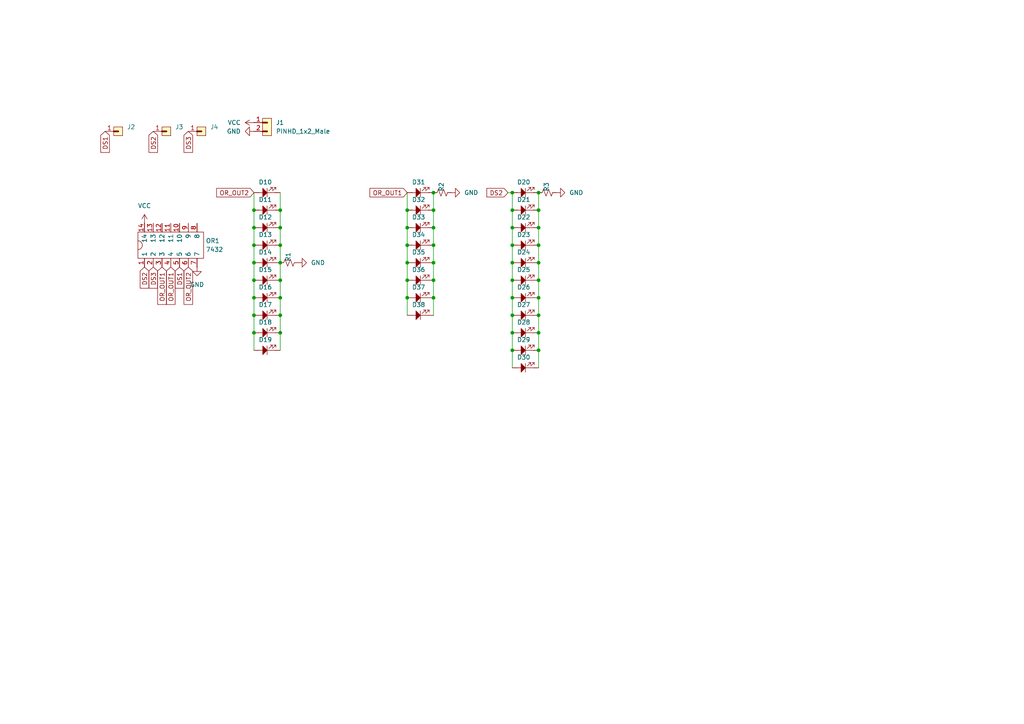
<source format=kicad_sch>
(kicad_sch
	(version 20231120)
	(generator "eeschema")
	(generator_version "8.0")
	(uuid "4c4b3bd7-b2d7-40ef-8c4c-46d638c48448")
	(paper "A4")
	(lib_symbols
		(symbol "Device:R_Small_US"
			(pin_numbers hide)
			(pin_names
				(offset 0.254) hide)
			(exclude_from_sim no)
			(in_bom yes)
			(on_board yes)
			(property "Reference" "R"
				(at 0.762 0.508 0)
				(effects
					(font
						(size 1.27 1.27)
					)
					(justify left)
				)
			)
			(property "Value" "R_Small_US"
				(at 0.762 -1.016 0)
				(effects
					(font
						(size 1.27 1.27)
					)
					(justify left)
				)
			)
			(property "Footprint" ""
				(at 0 0 0)
				(effects
					(font
						(size 1.27 1.27)
					)
					(hide yes)
				)
			)
			(property "Datasheet" "~"
				(at 0 0 0)
				(effects
					(font
						(size 1.27 1.27)
					)
					(hide yes)
				)
			)
			(property "Description" "Resistor, small US symbol"
				(at 0 0 0)
				(effects
					(font
						(size 1.27 1.27)
					)
					(hide yes)
				)
			)
			(property "ki_keywords" "r resistor"
				(at 0 0 0)
				(effects
					(font
						(size 1.27 1.27)
					)
					(hide yes)
				)
			)
			(property "ki_fp_filters" "R_*"
				(at 0 0 0)
				(effects
					(font
						(size 1.27 1.27)
					)
					(hide yes)
				)
			)
			(symbol "R_Small_US_1_1"
				(polyline
					(pts
						(xy 0 0) (xy 1.016 -0.381) (xy 0 -0.762) (xy -1.016 -1.143) (xy 0 -1.524)
					)
					(stroke
						(width 0)
						(type default)
					)
					(fill
						(type none)
					)
				)
				(polyline
					(pts
						(xy 0 1.524) (xy 1.016 1.143) (xy 0 0.762) (xy -1.016 0.381) (xy 0 0)
					)
					(stroke
						(width 0)
						(type default)
					)
					(fill
						(type none)
					)
				)
				(pin passive line
					(at 0 2.54 270)
					(length 1.016)
					(name "~"
						(effects
							(font
								(size 1.27 1.27)
							)
						)
					)
					(number "1"
						(effects
							(font
								(size 1.27 1.27)
							)
						)
					)
				)
				(pin passive line
					(at 0 -2.54 90)
					(length 1.016)
					(name "~"
						(effects
							(font
								(size 1.27 1.27)
							)
						)
					)
					(number "2"
						(effects
							(font
								(size 1.27 1.27)
							)
						)
					)
				)
			)
		)
		(symbol "PCM_SL_Devices:IC_DIP_14"
			(exclude_from_sim no)
			(in_bom yes)
			(on_board yes)
			(property "Reference" "U"
				(at 0 13.335 0)
				(effects
					(font
						(size 1.27 1.27)
					)
				)
			)
			(property "Value" "IC_DIP_14"
				(at 0 11.43 0)
				(effects
					(font
						(size 1.27 1.27)
					)
				)
			)
			(property "Footprint" "Package_DIP:DIP-14_W7.62mm_LongPads"
				(at -1.27 -11.43 0)
				(effects
					(font
						(size 1.27 1.27)
					)
					(hide yes)
				)
			)
			(property "Datasheet" ""
				(at -1.27 6.35 0)
				(effects
					(font
						(size 1.27 1.27)
					)
					(hide yes)
				)
			)
			(property "Description" "Common IC, DIP-14 Package"
				(at 0 0 0)
				(effects
					(font
						(size 1.27 1.27)
					)
					(hide yes)
				)
			)
			(property "ki_keywords" "DIP Package"
				(at 0 0 0)
				(effects
					(font
						(size 1.27 1.27)
					)
					(hide yes)
				)
			)
			(property "ki_fp_filters" "Package_DIP:DIP-14_W7.62mm*"
				(at 0 0 0)
				(effects
					(font
						(size 1.27 1.27)
					)
					(hide yes)
				)
			)
			(symbol "IC_DIP_14_0_1"
				(rectangle
					(start -3.81 9.525)
					(end 3.81 -9.525)
					(stroke
						(width 0)
						(type default)
					)
					(fill
						(type none)
					)
				)
				(arc
					(start -1.27 9.5091)
					(mid 0 8.2549)
					(end 1.27 9.5091)
					(stroke
						(width 0)
						(type default)
					)
					(fill
						(type none)
					)
				)
			)
			(symbol "IC_DIP_14_1_1"
				(pin bidirectional line
					(at -6.35 7.62 0)
					(length 2.54)
					(name "1"
						(effects
							(font
								(size 1.27 1.27)
							)
						)
					)
					(number "1"
						(effects
							(font
								(size 1.27 1.27)
							)
						)
					)
				)
				(pin bidirectional line
					(at 6.35 -2.54 180)
					(length 2.54)
					(name "10"
						(effects
							(font
								(size 1.27 1.27)
							)
						)
					)
					(number "10"
						(effects
							(font
								(size 1.27 1.27)
							)
						)
					)
				)
				(pin bidirectional line
					(at 6.35 0 180)
					(length 2.54)
					(name "11"
						(effects
							(font
								(size 1.27 1.27)
							)
						)
					)
					(number "11"
						(effects
							(font
								(size 1.27 1.27)
							)
						)
					)
				)
				(pin bidirectional line
					(at 6.35 2.54 180)
					(length 2.54)
					(name "12"
						(effects
							(font
								(size 1.27 1.27)
							)
						)
					)
					(number "12"
						(effects
							(font
								(size 1.27 1.27)
							)
						)
					)
				)
				(pin bidirectional line
					(at 6.35 5.08 180)
					(length 2.54)
					(name "13"
						(effects
							(font
								(size 1.27 1.27)
							)
						)
					)
					(number "13"
						(effects
							(font
								(size 1.27 1.27)
							)
						)
					)
				)
				(pin bidirectional line
					(at 6.35 7.62 180)
					(length 2.54)
					(name "14"
						(effects
							(font
								(size 1.27 1.27)
							)
						)
					)
					(number "14"
						(effects
							(font
								(size 1.27 1.27)
							)
						)
					)
				)
				(pin bidirectional line
					(at -6.35 5.08 0)
					(length 2.54)
					(name "2"
						(effects
							(font
								(size 1.27 1.27)
							)
						)
					)
					(number "2"
						(effects
							(font
								(size 1.27 1.27)
							)
						)
					)
				)
				(pin bidirectional line
					(at -6.35 2.54 0)
					(length 2.54)
					(name "3"
						(effects
							(font
								(size 1.27 1.27)
							)
						)
					)
					(number "3"
						(effects
							(font
								(size 1.27 1.27)
							)
						)
					)
				)
				(pin bidirectional line
					(at -6.35 0 0)
					(length 2.54)
					(name "4"
						(effects
							(font
								(size 1.27 1.27)
							)
						)
					)
					(number "4"
						(effects
							(font
								(size 1.27 1.27)
							)
						)
					)
				)
				(pin bidirectional line
					(at -6.35 -2.54 0)
					(length 2.54)
					(name "5"
						(effects
							(font
								(size 1.27 1.27)
							)
						)
					)
					(number "5"
						(effects
							(font
								(size 1.27 1.27)
							)
						)
					)
				)
				(pin bidirectional line
					(at -6.35 -5.08 0)
					(length 2.54)
					(name "6"
						(effects
							(font
								(size 1.27 1.27)
							)
						)
					)
					(number "6"
						(effects
							(font
								(size 1.27 1.27)
							)
						)
					)
				)
				(pin bidirectional line
					(at -6.35 -7.62 0)
					(length 2.54)
					(name "7"
						(effects
							(font
								(size 1.27 1.27)
							)
						)
					)
					(number "7"
						(effects
							(font
								(size 1.27 1.27)
							)
						)
					)
				)
				(pin bidirectional line
					(at 6.35 -7.62 180)
					(length 2.54)
					(name "8"
						(effects
							(font
								(size 1.27 1.27)
							)
						)
					)
					(number "8"
						(effects
							(font
								(size 1.27 1.27)
							)
						)
					)
				)
				(pin bidirectional line
					(at 6.35 -5.08 180)
					(length 2.54)
					(name "9"
						(effects
							(font
								(size 1.27 1.27)
							)
						)
					)
					(number "9"
						(effects
							(font
								(size 1.27 1.27)
							)
						)
					)
				)
			)
		)
		(symbol "PCM_SL_Devices:LED_5mm"
			(exclude_from_sim no)
			(in_bom yes)
			(on_board yes)
			(property "Reference" "D"
				(at -0.508 5.334 0)
				(effects
					(font
						(size 1.27 1.27)
					)
				)
			)
			(property "Value" "LED_5mm"
				(at -0.508 2.794 0)
				(effects
					(font
						(size 1.27 1.27)
					)
				)
			)
			(property "Footprint" "LED_THT:LED_D5.0mm"
				(at -1.016 -2.794 0)
				(effects
					(font
						(size 1.27 1.27)
					)
					(hide yes)
				)
			)
			(property "Datasheet" ""
				(at -1.27 0 0)
				(effects
					(font
						(size 1.27 1.27)
					)
					(hide yes)
				)
			)
			(property "Description" "Common 5mm diameter LED"
				(at 0 0 0)
				(effects
					(font
						(size 1.27 1.27)
					)
					(hide yes)
				)
			)
			(property "ki_fp_filters" "LED_D5.0mm_Clear LED_D5.0mm_Horizontal_O1.27mm_Z3.0mm LED_D5.0mm_Horizontal_O3.81mm_Z3.0mm LED_D5.0mm_Horizontal_O6.35mm_Z3.0mm"
				(at 0 0 0)
				(effects
					(font
						(size 1.27 1.27)
					)
					(hide yes)
				)
			)
			(symbol "LED_5mm_0_1"
				(polyline
					(pts
						(xy -1.27 0) (xy -2.54 0)
					)
					(stroke
						(width 0)
						(type default)
					)
					(fill
						(type none)
					)
				)
				(polyline
					(pts
						(xy 0 1.27) (xy 0 -1.27)
					)
					(stroke
						(width 0)
						(type default)
					)
					(fill
						(type none)
					)
				)
				(polyline
					(pts
						(xy 0.508 0.508) (xy 1.524 1.524)
					)
					(stroke
						(width 0)
						(type default)
					)
					(fill
						(type none)
					)
				)
				(polyline
					(pts
						(xy 1.27 0) (xy 2.54 0)
					)
					(stroke
						(width 0)
						(type default)
					)
					(fill
						(type none)
					)
				)
				(polyline
					(pts
						(xy 1.524 0.508) (xy 2.54 1.524)
					)
					(stroke
						(width 0)
						(type default)
					)
					(fill
						(type none)
					)
				)
				(polyline
					(pts
						(xy 1.524 1.524) (xy 0.889 1.524)
					)
					(stroke
						(width 0)
						(type default)
					)
					(fill
						(type none)
					)
				)
				(polyline
					(pts
						(xy 1.524 1.524) (xy 1.524 0.889)
					)
					(stroke
						(width 0)
						(type default)
					)
					(fill
						(type none)
					)
				)
				(polyline
					(pts
						(xy 2.54 1.524) (xy 1.905 1.524)
					)
					(stroke
						(width 0)
						(type default)
					)
					(fill
						(type none)
					)
				)
				(polyline
					(pts
						(xy 2.54 1.524) (xy 2.54 0.889)
					)
					(stroke
						(width 0)
						(type default)
					)
					(fill
						(type none)
					)
				)
				(polyline
					(pts
						(xy 0 0) (xy -1.27 -1.27) (xy -1.27 1.27) (xy 0 0) (xy 1.27 0)
					)
					(stroke
						(width 0)
						(type default)
					)
					(fill
						(type outline)
					)
				)
			)
			(symbol "LED_5mm_1_1"
				(pin passive line
					(at 3.81 0 180)
					(length 1.5)
					(name "~"
						(effects
							(font
								(size 1.27 1.27)
							)
						)
					)
					(number "1"
						(effects
							(font
								(size 0 0)
							)
						)
					)
				)
				(pin passive line
					(at -3.81 0 0)
					(length 1.5)
					(name ""
						(effects
							(font
								(size 1.27 1.27)
							)
						)
					)
					(number "2"
						(effects
							(font
								(size 0 0)
							)
						)
					)
				)
			)
		)
		(symbol "PCM_SL_Pin_Headers:PINHD_1x1_Male"
			(exclude_from_sim no)
			(in_bom yes)
			(on_board yes)
			(property "Reference" "J"
				(at 0 6.35 0)
				(effects
					(font
						(size 1.27 1.27)
					)
				)
			)
			(property "Value" "PINHD_1x1_Male"
				(at 0 3.81 0)
				(effects
					(font
						(size 1.27 1.27)
					)
				)
			)
			(property "Footprint" "Connector_PinHeader_2.54mm:PinHeader_1x01_P2.54mm_Vertical"
				(at 1.27 -2.54 0)
				(effects
					(font
						(size 1.27 1.27)
					)
					(hide yes)
				)
			)
			(property "Datasheet" ""
				(at 0 6.35 0)
				(effects
					(font
						(size 1.27 1.27)
					)
					(hide yes)
				)
			)
			(property "Description" "Pin Header male with pin space 2.54mm. Pin Count -1"
				(at 0 0 0)
				(effects
					(font
						(size 1.27 1.27)
					)
					(hide yes)
				)
			)
			(property "ki_keywords" "Pin Header"
				(at 0 0 0)
				(effects
					(font
						(size 1.27 1.27)
					)
					(hide yes)
				)
			)
			(property "ki_fp_filters" "Connector_PinHeader_2.54mm:PinHeader_1x01_P2.54mm*"
				(at 0 0 0)
				(effects
					(font
						(size 1.27 1.27)
					)
					(hide yes)
				)
			)
			(symbol "PINHD_1x1_Male_0_1"
				(rectangle
					(start -1.27 1.27)
					(end 1.27 -1.27)
					(stroke
						(width 0)
						(type default)
					)
					(fill
						(type background)
					)
				)
				(polyline
					(pts
						(xy -1.27 0) (xy 0 0)
					)
					(stroke
						(width 0.3)
						(type default)
					)
					(fill
						(type none)
					)
				)
				(polyline
					(pts
						(xy -1.27 0) (xy 0 0)
					)
					(stroke
						(width 0.5)
						(type default)
					)
					(fill
						(type none)
					)
				)
			)
			(symbol "PINHD_1x1_Male_1_1"
				(pin passive line
					(at -3.81 0 0)
					(length 2.54)
					(name ""
						(effects
							(font
								(size 1.27 1.27)
							)
						)
					)
					(number "1"
						(effects
							(font
								(size 1.27 1.27)
							)
						)
					)
				)
			)
		)
		(symbol "PCM_SL_Pin_Headers:PINHD_1x2_Male"
			(exclude_from_sim no)
			(in_bom yes)
			(on_board yes)
			(property "Reference" "J"
				(at 0 6.35 0)
				(effects
					(font
						(size 1.27 1.27)
					)
				)
			)
			(property "Value" "PINHD_1x2_Male"
				(at 0 3.81 0)
				(effects
					(font
						(size 1.27 1.27)
					)
				)
			)
			(property "Footprint" "Connector_PinHeader_2.54mm:PinHeader_1x02_P2.54mm_Vertical"
				(at 1.27 -3.81 0)
				(effects
					(font
						(size 1.27 1.27)
					)
					(hide yes)
				)
			)
			(property "Datasheet" ""
				(at 0 7.62 0)
				(effects
					(font
						(size 1.27 1.27)
					)
					(hide yes)
				)
			)
			(property "Description" "Pin Header male with pin space 2.54mm. Pin Count -2"
				(at 0 0 0)
				(effects
					(font
						(size 1.27 1.27)
					)
					(hide yes)
				)
			)
			(property "ki_keywords" "Pin Header"
				(at 0 0 0)
				(effects
					(font
						(size 1.27 1.27)
					)
					(hide yes)
				)
			)
			(property "ki_fp_filters" "PinHeader_1x02_P2.54mm*"
				(at 0 0 0)
				(effects
					(font
						(size 1.27 1.27)
					)
					(hide yes)
				)
			)
			(symbol "PINHD_1x2_Male_0_1"
				(rectangle
					(start -1.27 2.54)
					(end 1.27 -2.54)
					(stroke
						(width 0)
						(type default)
					)
					(fill
						(type background)
					)
				)
				(polyline
					(pts
						(xy -1.27 -1.27) (xy 0 -1.27)
					)
					(stroke
						(width 0.3)
						(type default)
					)
					(fill
						(type none)
					)
				)
				(polyline
					(pts
						(xy -1.27 -1.27) (xy 0 -1.27)
					)
					(stroke
						(width 0.5)
						(type default)
					)
					(fill
						(type none)
					)
				)
				(polyline
					(pts
						(xy -1.27 1.27) (xy 0 1.27)
					)
					(stroke
						(width 0.3)
						(type default)
					)
					(fill
						(type none)
					)
				)
				(polyline
					(pts
						(xy -1.27 1.27) (xy 0 1.27)
					)
					(stroke
						(width 0.5)
						(type default)
					)
					(fill
						(type none)
					)
				)
			)
			(symbol "PINHD_1x2_Male_1_1"
				(pin passive line
					(at -3.81 1.27 0)
					(length 2.54)
					(name ""
						(effects
							(font
								(size 1.27 1.27)
							)
						)
					)
					(number "1"
						(effects
							(font
								(size 1.27 1.27)
							)
						)
					)
				)
				(pin passive line
					(at -3.81 -1.27 0)
					(length 2.54)
					(name ""
						(effects
							(font
								(size 1.27 1.27)
							)
						)
					)
					(number "2"
						(effects
							(font
								(size 1.27 1.27)
							)
						)
					)
				)
			)
		)
		(symbol "power:GND"
			(power)
			(pin_numbers hide)
			(pin_names
				(offset 0) hide)
			(exclude_from_sim no)
			(in_bom yes)
			(on_board yes)
			(property "Reference" "#PWR"
				(at 0 -6.35 0)
				(effects
					(font
						(size 1.27 1.27)
					)
					(hide yes)
				)
			)
			(property "Value" "GND"
				(at 0 -3.81 0)
				(effects
					(font
						(size 1.27 1.27)
					)
				)
			)
			(property "Footprint" ""
				(at 0 0 0)
				(effects
					(font
						(size 1.27 1.27)
					)
					(hide yes)
				)
			)
			(property "Datasheet" ""
				(at 0 0 0)
				(effects
					(font
						(size 1.27 1.27)
					)
					(hide yes)
				)
			)
			(property "Description" "Power symbol creates a global label with name \"GND\" , ground"
				(at 0 0 0)
				(effects
					(font
						(size 1.27 1.27)
					)
					(hide yes)
				)
			)
			(property "ki_keywords" "global power"
				(at 0 0 0)
				(effects
					(font
						(size 1.27 1.27)
					)
					(hide yes)
				)
			)
			(symbol "GND_0_1"
				(polyline
					(pts
						(xy 0 0) (xy 0 -1.27) (xy 1.27 -1.27) (xy 0 -2.54) (xy -1.27 -1.27) (xy 0 -1.27)
					)
					(stroke
						(width 0)
						(type default)
					)
					(fill
						(type none)
					)
				)
			)
			(symbol "GND_1_1"
				(pin power_in line
					(at 0 0 270)
					(length 0)
					(name "~"
						(effects
							(font
								(size 1.27 1.27)
							)
						)
					)
					(number "1"
						(effects
							(font
								(size 1.27 1.27)
							)
						)
					)
				)
			)
		)
		(symbol "power:VCC"
			(power)
			(pin_numbers hide)
			(pin_names
				(offset 0) hide)
			(exclude_from_sim no)
			(in_bom yes)
			(on_board yes)
			(property "Reference" "#PWR"
				(at 0 -3.81 0)
				(effects
					(font
						(size 1.27 1.27)
					)
					(hide yes)
				)
			)
			(property "Value" "VCC"
				(at 0 3.556 0)
				(effects
					(font
						(size 1.27 1.27)
					)
				)
			)
			(property "Footprint" ""
				(at 0 0 0)
				(effects
					(font
						(size 1.27 1.27)
					)
					(hide yes)
				)
			)
			(property "Datasheet" ""
				(at 0 0 0)
				(effects
					(font
						(size 1.27 1.27)
					)
					(hide yes)
				)
			)
			(property "Description" "Power symbol creates a global label with name \"VCC\""
				(at 0 0 0)
				(effects
					(font
						(size 1.27 1.27)
					)
					(hide yes)
				)
			)
			(property "ki_keywords" "global power"
				(at 0 0 0)
				(effects
					(font
						(size 1.27 1.27)
					)
					(hide yes)
				)
			)
			(symbol "VCC_0_1"
				(polyline
					(pts
						(xy -0.762 1.27) (xy 0 2.54)
					)
					(stroke
						(width 0)
						(type default)
					)
					(fill
						(type none)
					)
				)
				(polyline
					(pts
						(xy 0 0) (xy 0 2.54)
					)
					(stroke
						(width 0)
						(type default)
					)
					(fill
						(type none)
					)
				)
				(polyline
					(pts
						(xy 0 2.54) (xy 0.762 1.27)
					)
					(stroke
						(width 0)
						(type default)
					)
					(fill
						(type none)
					)
				)
			)
			(symbol "VCC_1_1"
				(pin power_in line
					(at 0 0 90)
					(length 0)
					(name "~"
						(effects
							(font
								(size 1.27 1.27)
							)
						)
					)
					(number "1"
						(effects
							(font
								(size 1.27 1.27)
							)
						)
					)
				)
			)
		)
	)
	(junction
		(at 118.11 76.2)
		(diameter 0)
		(color 0 0 0 0)
		(uuid "02416090-0573-47ff-ba05-00c5a700c078")
	)
	(junction
		(at 73.66 96.52)
		(diameter 0)
		(color 0 0 0 0)
		(uuid "05f773c5-87ef-4859-b0ff-234836e8c603")
	)
	(junction
		(at 156.21 71.12)
		(diameter 0)
		(color 0 0 0 0)
		(uuid "0aa077f5-c639-493c-b436-edea36a722f1")
	)
	(junction
		(at 148.59 101.6)
		(diameter 0)
		(color 0 0 0 0)
		(uuid "0f1795d0-f3fa-439d-a62c-65f812066a5f")
	)
	(junction
		(at 156.21 60.96)
		(diameter 0)
		(color 0 0 0 0)
		(uuid "1149304a-16ea-4fa8-8a14-e999c87a0432")
	)
	(junction
		(at 81.28 81.28)
		(diameter 0)
		(color 0 0 0 0)
		(uuid "1b4541b3-95b4-4950-a7e3-19446f02ee41")
	)
	(junction
		(at 125.73 76.2)
		(diameter 0)
		(color 0 0 0 0)
		(uuid "1c3a19fd-7371-4654-8ae9-f0d5723eca08")
	)
	(junction
		(at 156.21 91.44)
		(diameter 0)
		(color 0 0 0 0)
		(uuid "2593487f-5cbb-4cff-8988-faeba324665c")
	)
	(junction
		(at 156.21 76.2)
		(diameter 0)
		(color 0 0 0 0)
		(uuid "2f15499f-afda-4053-b860-f3fd117b9764")
	)
	(junction
		(at 118.11 86.36)
		(diameter 0)
		(color 0 0 0 0)
		(uuid "30910448-5a81-4c91-9669-9b3f365ee241")
	)
	(junction
		(at 125.73 86.36)
		(diameter 0)
		(color 0 0 0 0)
		(uuid "342c0449-aff8-42d2-ba01-f99825ce98f7")
	)
	(junction
		(at 148.59 76.2)
		(diameter 0)
		(color 0 0 0 0)
		(uuid "3801fd9b-0319-4b3f-a8bb-1ffb346e44b8")
	)
	(junction
		(at 81.28 76.2)
		(diameter 0)
		(color 0 0 0 0)
		(uuid "3e97e1e2-b333-4406-aab6-a0bf592e8cd7")
	)
	(junction
		(at 73.66 60.96)
		(diameter 0)
		(color 0 0 0 0)
		(uuid "46de1d32-6426-4aa7-babc-dbc6e165fc52")
	)
	(junction
		(at 148.59 86.36)
		(diameter 0)
		(color 0 0 0 0)
		(uuid "54903810-1889-440d-ad3b-9e3a7ca866e2")
	)
	(junction
		(at 148.59 55.88)
		(diameter 0)
		(color 0 0 0 0)
		(uuid "54d74bf8-1ae9-458a-9ac5-929a98cc7dad")
	)
	(junction
		(at 156.21 101.6)
		(diameter 0)
		(color 0 0 0 0)
		(uuid "6cb20826-2d0a-43a3-b9a2-556cc5f7c17e")
	)
	(junction
		(at 148.59 96.52)
		(diameter 0)
		(color 0 0 0 0)
		(uuid "8294f698-dc37-4d48-8669-6ee61b240e5f")
	)
	(junction
		(at 125.73 71.12)
		(diameter 0)
		(color 0 0 0 0)
		(uuid "845c12fd-62c8-41e5-8e35-8f259202cf89")
	)
	(junction
		(at 81.28 60.96)
		(diameter 0)
		(color 0 0 0 0)
		(uuid "846222ac-72a8-489f-a416-3a35cba07078")
	)
	(junction
		(at 148.59 66.04)
		(diameter 0)
		(color 0 0 0 0)
		(uuid "86ba6952-4d4b-4125-aaf6-55e1b1bca68c")
	)
	(junction
		(at 118.11 60.96)
		(diameter 0)
		(color 0 0 0 0)
		(uuid "889b7084-b45d-4f22-9507-b2ae690b09bc")
	)
	(junction
		(at 118.11 81.28)
		(diameter 0)
		(color 0 0 0 0)
		(uuid "8a166dbf-5684-4e23-8b44-425e8ad321f1")
	)
	(junction
		(at 118.11 71.12)
		(diameter 0)
		(color 0 0 0 0)
		(uuid "9f81fd1a-a852-4ec7-8e23-88f9f52f03e3")
	)
	(junction
		(at 81.28 71.12)
		(diameter 0)
		(color 0 0 0 0)
		(uuid "a2b8ab3d-2ea8-4928-8891-08bf86d9d067")
	)
	(junction
		(at 148.59 60.96)
		(diameter 0)
		(color 0 0 0 0)
		(uuid "a69d5781-c52a-4e2e-b599-659e270fa18c")
	)
	(junction
		(at 73.66 76.2)
		(diameter 0)
		(color 0 0 0 0)
		(uuid "a6e24a49-7b66-4854-81ee-9d9f07c20aa6")
	)
	(junction
		(at 81.28 96.52)
		(diameter 0)
		(color 0 0 0 0)
		(uuid "acbf76d8-02e3-4111-a126-d8110daf30e3")
	)
	(junction
		(at 73.66 71.12)
		(diameter 0)
		(color 0 0 0 0)
		(uuid "b23f3c64-cc3a-457f-ae7c-85495709b7af")
	)
	(junction
		(at 73.66 81.28)
		(diameter 0)
		(color 0 0 0 0)
		(uuid "b30056ec-f7c6-45d5-be99-c026276f8cc3")
	)
	(junction
		(at 125.73 55.88)
		(diameter 0)
		(color 0 0 0 0)
		(uuid "b5db5b82-8f8a-4f37-a837-979f818f0f51")
	)
	(junction
		(at 156.21 96.52)
		(diameter 0)
		(color 0 0 0 0)
		(uuid "c18eb7e7-9b9a-485d-8d97-88ade6cd0c1e")
	)
	(junction
		(at 81.28 91.44)
		(diameter 0)
		(color 0 0 0 0)
		(uuid "c446c527-0177-4cfa-b4c0-51c4807b4f19")
	)
	(junction
		(at 125.73 60.96)
		(diameter 0)
		(color 0 0 0 0)
		(uuid "c78fd593-f676-40b0-aa33-9bbbdfceed8d")
	)
	(junction
		(at 81.28 86.36)
		(diameter 0)
		(color 0 0 0 0)
		(uuid "c84d3807-9a1a-4d36-9ff6-195b4cb44130")
	)
	(junction
		(at 125.73 66.04)
		(diameter 0)
		(color 0 0 0 0)
		(uuid "cb2f7796-c086-47e2-82f5-e1f5a65b96a5")
	)
	(junction
		(at 156.21 66.04)
		(diameter 0)
		(color 0 0 0 0)
		(uuid "cbefee85-aa11-4d53-991a-2b0631d7f63d")
	)
	(junction
		(at 118.11 66.04)
		(diameter 0)
		(color 0 0 0 0)
		(uuid "cc56878b-e8d6-4d65-a6f6-a40b239d021a")
	)
	(junction
		(at 156.21 81.28)
		(diameter 0)
		(color 0 0 0 0)
		(uuid "ccb47ca4-62ac-4c02-8a4b-6e1801fc35dd")
	)
	(junction
		(at 156.21 86.36)
		(diameter 0)
		(color 0 0 0 0)
		(uuid "d0545510-1894-41e2-b8be-6db74c382ba2")
	)
	(junction
		(at 81.28 66.04)
		(diameter 0)
		(color 0 0 0 0)
		(uuid "d235d893-7d83-4597-9ace-bd68d049654f")
	)
	(junction
		(at 73.66 66.04)
		(diameter 0)
		(color 0 0 0 0)
		(uuid "d9114834-2142-42b3-ad8d-2e84012f0331")
	)
	(junction
		(at 73.66 86.36)
		(diameter 0)
		(color 0 0 0 0)
		(uuid "dadbba40-d966-4c57-a667-d7fdb9dd51d9")
	)
	(junction
		(at 148.59 91.44)
		(diameter 0)
		(color 0 0 0 0)
		(uuid "dd29ad35-11dd-45fd-93f4-cf0c4bba7394")
	)
	(junction
		(at 156.21 55.88)
		(diameter 0)
		(color 0 0 0 0)
		(uuid "eec2681a-1aaf-494b-bd1d-47c07ea55141")
	)
	(junction
		(at 73.66 91.44)
		(diameter 0)
		(color 0 0 0 0)
		(uuid "f16782aa-ef6e-46b9-b989-108012948d03")
	)
	(junction
		(at 148.59 71.12)
		(diameter 0)
		(color 0 0 0 0)
		(uuid "f1865c39-0ff8-468c-bbca-ff3826bfb4ab")
	)
	(junction
		(at 125.73 81.28)
		(diameter 0)
		(color 0 0 0 0)
		(uuid "f7501f37-8143-46ca-9bf6-46754db29137")
	)
	(junction
		(at 148.59 81.28)
		(diameter 0)
		(color 0 0 0 0)
		(uuid "fa2a122d-a383-48b2-a401-e324317873f8")
	)
	(wire
		(pts
			(xy 81.28 96.52) (xy 81.28 101.6)
		)
		(stroke
			(width 0)
			(type default)
		)
		(uuid "01d1dc59-9a58-45f5-9401-b844821a926f")
	)
	(wire
		(pts
			(xy 118.11 55.88) (xy 118.11 60.96)
		)
		(stroke
			(width 0)
			(type default)
		)
		(uuid "027e358e-03fd-419f-8ca8-c13d90ce24bd")
	)
	(wire
		(pts
			(xy 156.21 86.36) (xy 156.21 91.44)
		)
		(stroke
			(width 0)
			(type default)
		)
		(uuid "03656c66-6867-49b6-a0e1-2f27e1f864bb")
	)
	(wire
		(pts
			(xy 125.73 60.96) (xy 125.73 66.04)
		)
		(stroke
			(width 0)
			(type default)
		)
		(uuid "051edbd1-93a7-4a77-bec6-a61241806e40")
	)
	(wire
		(pts
			(xy 125.73 76.2) (xy 125.73 81.28)
		)
		(stroke
			(width 0)
			(type default)
		)
		(uuid "05de0faf-bf22-477f-86ac-96563d8445a6")
	)
	(wire
		(pts
			(xy 81.28 66.04) (xy 81.28 71.12)
		)
		(stroke
			(width 0)
			(type default)
		)
		(uuid "090cb15e-bc5b-4fd7-ab67-af83816dbb5d")
	)
	(wire
		(pts
			(xy 81.28 91.44) (xy 81.28 96.52)
		)
		(stroke
			(width 0)
			(type default)
		)
		(uuid "0f9f3c2b-0ceb-48e7-a1d7-613ef902dd30")
	)
	(wire
		(pts
			(xy 73.66 55.88) (xy 73.66 60.96)
		)
		(stroke
			(width 0)
			(type default)
		)
		(uuid "1034e90c-b229-4238-85a9-ff339eb9ab3b")
	)
	(wire
		(pts
			(xy 118.11 81.28) (xy 118.11 86.36)
		)
		(stroke
			(width 0)
			(type default)
		)
		(uuid "113c35a3-076f-4cff-b964-4cea416382fe")
	)
	(wire
		(pts
			(xy 148.59 66.04) (xy 148.59 71.12)
		)
		(stroke
			(width 0)
			(type default)
		)
		(uuid "2081da86-41f6-400a-bebf-3c12b82fb62b")
	)
	(wire
		(pts
			(xy 156.21 76.2) (xy 156.21 81.28)
		)
		(stroke
			(width 0)
			(type default)
		)
		(uuid "2142dcc3-3aa4-4e31-b24b-3d0e06429aa0")
	)
	(wire
		(pts
			(xy 125.73 86.36) (xy 125.73 91.44)
		)
		(stroke
			(width 0)
			(type default)
		)
		(uuid "2625993a-1862-44d5-9504-ad9f73415232")
	)
	(wire
		(pts
			(xy 81.28 81.28) (xy 81.28 86.36)
		)
		(stroke
			(width 0)
			(type default)
		)
		(uuid "2796f3cc-a2ea-4373-9ed2-fb77317e40a6")
	)
	(wire
		(pts
			(xy 73.66 66.04) (xy 73.66 71.12)
		)
		(stroke
			(width 0)
			(type default)
		)
		(uuid "2e686b10-7c13-4942-b187-e99e2ca42cba")
	)
	(wire
		(pts
			(xy 148.59 91.44) (xy 148.59 96.52)
		)
		(stroke
			(width 0)
			(type default)
		)
		(uuid "2f3f0eca-5819-47bc-821d-a2acded2c4ab")
	)
	(wire
		(pts
			(xy 148.59 86.36) (xy 148.59 91.44)
		)
		(stroke
			(width 0)
			(type default)
		)
		(uuid "36c973f1-0a14-46f3-942e-71375061ae18")
	)
	(wire
		(pts
			(xy 118.11 86.36) (xy 118.11 91.44)
		)
		(stroke
			(width 0)
			(type default)
		)
		(uuid "48d03fb0-07df-4dbd-9bb2-b9f239761e0c")
	)
	(wire
		(pts
			(xy 73.66 91.44) (xy 73.66 96.52)
		)
		(stroke
			(width 0)
			(type default)
		)
		(uuid "54ed9b5f-13f8-4d6b-8d8e-29eaa5bc2345")
	)
	(wire
		(pts
			(xy 156.21 66.04) (xy 156.21 71.12)
		)
		(stroke
			(width 0)
			(type default)
		)
		(uuid "56b42e36-c276-4126-8d5d-706b7aa29854")
	)
	(wire
		(pts
			(xy 73.66 96.52) (xy 73.66 101.6)
		)
		(stroke
			(width 0)
			(type default)
		)
		(uuid "576e8a42-c6e7-4467-ab62-dfa49c4c2362")
	)
	(wire
		(pts
			(xy 81.28 86.36) (xy 81.28 91.44)
		)
		(stroke
			(width 0)
			(type default)
		)
		(uuid "68d5c1eb-a057-4a24-b33a-8b6ad5c8f65f")
	)
	(wire
		(pts
			(xy 81.28 60.96) (xy 81.28 66.04)
		)
		(stroke
			(width 0)
			(type default)
		)
		(uuid "6f5ae849-79dc-4da1-b9d2-1b022fe1e460")
	)
	(wire
		(pts
			(xy 148.59 81.28) (xy 148.59 86.36)
		)
		(stroke
			(width 0)
			(type default)
		)
		(uuid "79138a1d-1e2a-4660-9503-c637326dfbde")
	)
	(wire
		(pts
			(xy 156.21 101.6) (xy 156.21 106.68)
		)
		(stroke
			(width 0)
			(type default)
		)
		(uuid "805f1e22-aef2-42a1-b7a3-bb058094bfca")
	)
	(wire
		(pts
			(xy 148.59 76.2) (xy 148.59 81.28)
		)
		(stroke
			(width 0)
			(type default)
		)
		(uuid "84762cc1-42b8-4d5b-84ca-3a6f087f3118")
	)
	(wire
		(pts
			(xy 73.66 71.12) (xy 73.66 76.2)
		)
		(stroke
			(width 0)
			(type default)
		)
		(uuid "8bc7b9c3-90e4-489f-8159-01125316f6ae")
	)
	(wire
		(pts
			(xy 156.21 55.88) (xy 156.21 60.96)
		)
		(stroke
			(width 0)
			(type default)
		)
		(uuid "9b95827c-b7ac-4537-8769-56635065bde8")
	)
	(wire
		(pts
			(xy 118.11 71.12) (xy 118.11 76.2)
		)
		(stroke
			(width 0)
			(type default)
		)
		(uuid "9bfbdb1e-1d55-43c2-a04d-812b785e91f5")
	)
	(wire
		(pts
			(xy 73.66 81.28) (xy 73.66 86.36)
		)
		(stroke
			(width 0)
			(type default)
		)
		(uuid "9f68d97b-9185-401a-bc9d-08965a148a4b")
	)
	(wire
		(pts
			(xy 118.11 76.2) (xy 118.11 81.28)
		)
		(stroke
			(width 0)
			(type default)
		)
		(uuid "a5a7de9c-e2a4-43f6-bf4f-f627a4707e46")
	)
	(wire
		(pts
			(xy 81.28 76.2) (xy 81.28 81.28)
		)
		(stroke
			(width 0)
			(type default)
		)
		(uuid "a80c13d0-ebc3-455f-9e4d-e7796da40181")
	)
	(wire
		(pts
			(xy 156.21 96.52) (xy 156.21 101.6)
		)
		(stroke
			(width 0)
			(type default)
		)
		(uuid "a903c50b-4d3c-4985-a90a-7b84f3adad70")
	)
	(wire
		(pts
			(xy 81.28 55.88) (xy 81.28 60.96)
		)
		(stroke
			(width 0)
			(type default)
		)
		(uuid "a97c8678-7df0-43f3-8bb3-3460714a0509")
	)
	(wire
		(pts
			(xy 81.28 71.12) (xy 81.28 76.2)
		)
		(stroke
			(width 0)
			(type default)
		)
		(uuid "b1189ae3-a328-4654-913a-4fe87d1f5faf")
	)
	(wire
		(pts
			(xy 118.11 66.04) (xy 118.11 71.12)
		)
		(stroke
			(width 0)
			(type default)
		)
		(uuid "b23b062c-b034-46eb-bc66-46e5ceba197b")
	)
	(wire
		(pts
			(xy 148.59 55.88) (xy 148.59 60.96)
		)
		(stroke
			(width 0)
			(type default)
		)
		(uuid "b9e0bd0f-088a-4eb6-acf5-b79dcad53be1")
	)
	(wire
		(pts
			(xy 148.59 71.12) (xy 148.59 76.2)
		)
		(stroke
			(width 0)
			(type default)
		)
		(uuid "bd98ccc7-c202-4fdb-ad0c-bc673c853f2b")
	)
	(wire
		(pts
			(xy 125.73 66.04) (xy 125.73 71.12)
		)
		(stroke
			(width 0)
			(type default)
		)
		(uuid "bfe101e8-0ed8-4a28-a542-93323ed343e6")
	)
	(wire
		(pts
			(xy 118.11 60.96) (xy 118.11 66.04)
		)
		(stroke
			(width 0)
			(type default)
		)
		(uuid "c07416cf-0678-4e2f-806c-d0a9ed80ba09")
	)
	(wire
		(pts
			(xy 73.66 86.36) (xy 73.66 91.44)
		)
		(stroke
			(width 0)
			(type default)
		)
		(uuid "c3c6b653-428a-43c1-954e-61afcf717a87")
	)
	(wire
		(pts
			(xy 125.73 81.28) (xy 125.73 86.36)
		)
		(stroke
			(width 0)
			(type default)
		)
		(uuid "c803dc06-c130-40f9-8783-9e012881c03d")
	)
	(wire
		(pts
			(xy 156.21 71.12) (xy 156.21 76.2)
		)
		(stroke
			(width 0)
			(type default)
		)
		(uuid "d1c4d6e4-0581-4106-8f64-5bfb4e6396a0")
	)
	(wire
		(pts
			(xy 156.21 91.44) (xy 156.21 96.52)
		)
		(stroke
			(width 0)
			(type default)
		)
		(uuid "d5f92dda-2985-4143-9460-7b7233795016")
	)
	(wire
		(pts
			(xy 125.73 55.88) (xy 125.73 60.96)
		)
		(stroke
			(width 0)
			(type default)
		)
		(uuid "d8a594e4-8239-4f97-b0cb-8dce5bb2f41e")
	)
	(wire
		(pts
			(xy 156.21 81.28) (xy 156.21 86.36)
		)
		(stroke
			(width 0)
			(type default)
		)
		(uuid "da004aa9-2957-4872-ad21-80f0b1291ad0")
	)
	(wire
		(pts
			(xy 73.66 76.2) (xy 73.66 81.28)
		)
		(stroke
			(width 0)
			(type default)
		)
		(uuid "e19679b8-de0a-463d-ae5b-ee302f965403")
	)
	(wire
		(pts
			(xy 73.66 60.96) (xy 73.66 66.04)
		)
		(stroke
			(width 0)
			(type default)
		)
		(uuid "ea0d33f1-7dce-498d-824b-1fd8079224fc")
	)
	(wire
		(pts
			(xy 156.21 60.96) (xy 156.21 66.04)
		)
		(stroke
			(width 0)
			(type default)
		)
		(uuid "efa38442-bbac-4c57-a95f-22df5b4086af")
	)
	(wire
		(pts
			(xy 148.59 96.52) (xy 148.59 101.6)
		)
		(stroke
			(width 0)
			(type default)
		)
		(uuid "f0bbd006-f743-48e3-826e-cb50ef399312")
	)
	(wire
		(pts
			(xy 148.59 101.6) (xy 148.59 106.68)
		)
		(stroke
			(width 0)
			(type default)
		)
		(uuid "f8f8173c-249f-4adc-a762-af402930fb1a")
	)
	(wire
		(pts
			(xy 147.32 55.88) (xy 148.59 55.88)
		)
		(stroke
			(width 0)
			(type default)
		)
		(uuid "fb334655-60dd-4141-b02a-e82a65d6f484")
	)
	(wire
		(pts
			(xy 148.59 60.96) (xy 148.59 66.04)
		)
		(stroke
			(width 0)
			(type default)
		)
		(uuid "fe80c117-2d6e-4132-960e-340b0361c85c")
	)
	(wire
		(pts
			(xy 125.73 71.12) (xy 125.73 76.2)
		)
		(stroke
			(width 0)
			(type default)
		)
		(uuid "ff04b5a8-bdf1-41dd-81b9-6255707591a1")
	)
	(global_label "OR_OUT1"
		(shape input)
		(at 46.99 77.47 270)
		(fields_autoplaced yes)
		(effects
			(font
				(size 1.27 1.27)
			)
			(justify right)
		)
		(uuid "056d3cee-d75a-4323-a302-52d30f3c55cf")
		(property "Intersheetrefs" "${INTERSHEET_REFS}"
			(at 46.99 88.8614 90)
			(effects
				(font
					(size 1.27 1.27)
				)
				(justify right)
				(hide yes)
			)
		)
	)
	(global_label "OR_OUT1"
		(shape input)
		(at 49.53 77.47 270)
		(fields_autoplaced yes)
		(effects
			(font
				(size 1.27 1.27)
			)
			(justify right)
		)
		(uuid "614fe6e7-11d7-480d-982d-4e9352b5cba4")
		(property "Intersheetrefs" "${INTERSHEET_REFS}"
			(at 49.53 88.8614 90)
			(effects
				(font
					(size 1.27 1.27)
				)
				(justify right)
				(hide yes)
			)
		)
	)
	(global_label "DS2"
		(shape input)
		(at 44.45 38.1 270)
		(fields_autoplaced yes)
		(effects
			(font
				(size 1.27 1.27)
			)
			(justify right)
		)
		(uuid "61c3261e-3da1-4167-be11-ed3b6c4b4a5e")
		(property "Intersheetrefs" "${INTERSHEET_REFS}"
			(at 44.45 44.7742 90)
			(effects
				(font
					(size 1.27 1.27)
				)
				(justify right)
				(hide yes)
			)
		)
	)
	(global_label "DS1"
		(shape input)
		(at 30.48 38.1 270)
		(fields_autoplaced yes)
		(effects
			(font
				(size 1.27 1.27)
			)
			(justify right)
		)
		(uuid "69fb31f3-9081-49f5-80e0-7bb63654f6a8")
		(property "Intersheetrefs" "${INTERSHEET_REFS}"
			(at 30.48 44.7742 90)
			(effects
				(font
					(size 1.27 1.27)
				)
				(justify right)
				(hide yes)
			)
		)
	)
	(global_label "DS1"
		(shape input)
		(at 52.07 77.47 270)
		(fields_autoplaced yes)
		(effects
			(font
				(size 1.27 1.27)
			)
			(justify right)
		)
		(uuid "8c73047b-2ed8-4e20-b069-b0cd67ae37c4")
		(property "Intersheetrefs" "${INTERSHEET_REFS}"
			(at 52.07 84.1442 90)
			(effects
				(font
					(size 1.27 1.27)
				)
				(justify right)
				(hide yes)
			)
		)
	)
	(global_label "OR_OUT2"
		(shape input)
		(at 73.66 55.88 180)
		(fields_autoplaced yes)
		(effects
			(font
				(size 1.27 1.27)
			)
			(justify right)
		)
		(uuid "9b38860c-450a-45ba-ae00-b7e47267c668")
		(property "Intersheetrefs" "${INTERSHEET_REFS}"
			(at 62.2686 55.88 0)
			(effects
				(font
					(size 1.27 1.27)
				)
				(justify right)
				(hide yes)
			)
		)
	)
	(global_label "DS2"
		(shape input)
		(at 147.32 55.88 180)
		(fields_autoplaced yes)
		(effects
			(font
				(size 1.27 1.27)
			)
			(justify right)
		)
		(uuid "ae874891-37ee-4fde-a13c-372cc048dab9")
		(property "Intersheetrefs" "${INTERSHEET_REFS}"
			(at 140.6458 55.88 0)
			(effects
				(font
					(size 1.27 1.27)
				)
				(justify right)
				(hide yes)
			)
		)
	)
	(global_label "DS3"
		(shape input)
		(at 54.61 38.1 270)
		(fields_autoplaced yes)
		(effects
			(font
				(size 1.27 1.27)
			)
			(justify right)
		)
		(uuid "ba14bf6a-4fbc-4750-94e8-72f14c8bb792")
		(property "Intersheetrefs" "${INTERSHEET_REFS}"
			(at 54.61 44.7742 90)
			(effects
				(font
					(size 1.27 1.27)
				)
				(justify right)
				(hide yes)
			)
		)
	)
	(global_label "OR_OUT1"
		(shape input)
		(at 118.11 55.88 180)
		(fields_autoplaced yes)
		(effects
			(font
				(size 1.27 1.27)
			)
			(justify right)
		)
		(uuid "c33abcc6-fae5-428b-97df-a67d8d50ed34")
		(property "Intersheetrefs" "${INTERSHEET_REFS}"
			(at 106.7186 55.88 0)
			(effects
				(font
					(size 1.27 1.27)
				)
				(justify right)
				(hide yes)
			)
		)
	)
	(global_label "DS3"
		(shape input)
		(at 44.45 77.47 270)
		(fields_autoplaced yes)
		(effects
			(font
				(size 1.27 1.27)
			)
			(justify right)
		)
		(uuid "d4f5bb98-e0fd-4951-a4c7-6684a4a771f8")
		(property "Intersheetrefs" "${INTERSHEET_REFS}"
			(at 44.45 84.1442 90)
			(effects
				(font
					(size 1.27 1.27)
				)
				(justify right)
				(hide yes)
			)
		)
	)
	(global_label "OR_OUT2"
		(shape input)
		(at 54.61 77.47 270)
		(fields_autoplaced yes)
		(effects
			(font
				(size 1.27 1.27)
			)
			(justify right)
		)
		(uuid "f451d90e-c819-4cb3-b5d8-2ad3af031f06")
		(property "Intersheetrefs" "${INTERSHEET_REFS}"
			(at 54.61 88.8614 90)
			(effects
				(font
					(size 1.27 1.27)
				)
				(justify right)
				(hide yes)
			)
		)
	)
	(global_label "DS2"
		(shape input)
		(at 41.91 77.47 270)
		(fields_autoplaced yes)
		(effects
			(font
				(size 1.27 1.27)
			)
			(justify right)
		)
		(uuid "fe5153d1-faaa-4f94-acfb-3f8e492105ed")
		(property "Intersheetrefs" "${INTERSHEET_REFS}"
			(at 41.91 84.1442 90)
			(effects
				(font
					(size 1.27 1.27)
				)
				(justify right)
				(hide yes)
			)
		)
	)
	(symbol
		(lib_id "PCM_SL_Devices:LED_5mm")
		(at 152.4 101.6 0)
		(unit 1)
		(exclude_from_sim no)
		(in_bom yes)
		(on_board yes)
		(dnp no)
		(uuid "03412872-b2fd-4983-bde4-be943d7d9be0")
		(property "Reference" "D29"
			(at 151.892 98.552 0)
			(effects
				(font
					(size 1.27 1.27)
				)
			)
		)
		(property "Value" "PLAYER2_WIN"
			(at 152.4 97.79 0)
			(effects
				(font
					(size 1.27 1.27)
				)
				(hide yes)
			)
		)
		(property "Footprint" "LED_THT:LED_D5.0mm"
			(at 151.384 104.394 0)
			(effects
				(font
					(size 1.27 1.27)
				)
				(hide yes)
			)
		)
		(property "Datasheet" ""
			(at 151.13 101.6 0)
			(effects
				(font
					(size 1.27 1.27)
				)
				(hide yes)
			)
		)
		(property "Description" "Common 5mm diameter LED"
			(at 152.4 101.6 0)
			(effects
				(font
					(size 1.27 1.27)
				)
				(hide yes)
			)
		)
		(pin "2"
			(uuid "998a5936-411b-4eb8-aa5e-045220b444d3")
		)
		(pin "1"
			(uuid "2dba3316-1446-41f3-9dea-9024c1eddd7d")
		)
		(instances
			(project "ROCK PAPER SCISSOR"
				(path "/a739ef74-a7d8-4025-8968-182d623c8cd5/094f1b3b-1d7d-4cc0-b9d3-ddbd1cbe1880"
					(reference "D29")
					(unit 1)
				)
			)
		)
	)
	(symbol
		(lib_id "power:GND")
		(at 130.81 55.88 90)
		(unit 1)
		(exclude_from_sim no)
		(in_bom yes)
		(on_board yes)
		(dnp no)
		(fields_autoplaced yes)
		(uuid "0b93888e-9b91-4646-a849-b07e4a91db48")
		(property "Reference" "#PWR02"
			(at 137.16 55.88 0)
			(effects
				(font
					(size 1.27 1.27)
				)
				(hide yes)
			)
		)
		(property "Value" "GND"
			(at 134.62 55.8799 90)
			(effects
				(font
					(size 1.27 1.27)
				)
				(justify right)
			)
		)
		(property "Footprint" ""
			(at 130.81 55.88 0)
			(effects
				(font
					(size 1.27 1.27)
				)
				(hide yes)
			)
		)
		(property "Datasheet" ""
			(at 130.81 55.88 0)
			(effects
				(font
					(size 1.27 1.27)
				)
				(hide yes)
			)
		)
		(property "Description" "Power symbol creates a global label with name \"GND\" , ground"
			(at 130.81 55.88 0)
			(effects
				(font
					(size 1.27 1.27)
				)
				(hide yes)
			)
		)
		(pin "1"
			(uuid "dcfd0701-f2ea-4bda-8919-388499aba243")
		)
		(instances
			(project "ROCK PAPER SCISSOR"
				(path "/a739ef74-a7d8-4025-8968-182d623c8cd5/094f1b3b-1d7d-4cc0-b9d3-ddbd1cbe1880"
					(reference "#PWR02")
					(unit 1)
				)
			)
		)
	)
	(symbol
		(lib_id "PCM_SL_Devices:LED_5mm")
		(at 121.92 60.96 0)
		(unit 1)
		(exclude_from_sim no)
		(in_bom yes)
		(on_board yes)
		(dnp no)
		(uuid "13f49966-519f-48e0-90fa-4b65304d9baa")
		(property "Reference" "D32"
			(at 121.412 57.912 0)
			(effects
				(font
					(size 1.27 1.27)
				)
			)
		)
		(property "Value" "PLAYER2_WIN"
			(at 121.92 57.15 0)
			(effects
				(font
					(size 1.27 1.27)
				)
				(hide yes)
			)
		)
		(property "Footprint" "LED_THT:LED_D5.0mm"
			(at 120.904 63.754 0)
			(effects
				(font
					(size 1.27 1.27)
				)
				(hide yes)
			)
		)
		(property "Datasheet" ""
			(at 120.65 60.96 0)
			(effects
				(font
					(size 1.27 1.27)
				)
				(hide yes)
			)
		)
		(property "Description" "Common 5mm diameter LED"
			(at 121.92 60.96 0)
			(effects
				(font
					(size 1.27 1.27)
				)
				(hide yes)
			)
		)
		(pin "2"
			(uuid "aa47608f-6fb3-4e71-b3b0-17f8985201c0")
		)
		(pin "1"
			(uuid "823d1ab5-2a13-4208-a2df-b84ccfbd0745")
		)
		(instances
			(project "ROCK PAPER SCISSOR"
				(path "/a739ef74-a7d8-4025-8968-182d623c8cd5/094f1b3b-1d7d-4cc0-b9d3-ddbd1cbe1880"
					(reference "D32")
					(unit 1)
				)
			)
		)
	)
	(symbol
		(lib_id "PCM_SL_Devices:LED_5mm")
		(at 121.92 86.36 0)
		(unit 1)
		(exclude_from_sim no)
		(in_bom yes)
		(on_board yes)
		(dnp no)
		(uuid "19050983-fd80-4459-9c21-d29062e9d2f5")
		(property "Reference" "D37"
			(at 121.412 83.312 0)
			(effects
				(font
					(size 1.27 1.27)
				)
			)
		)
		(property "Value" "PLAYER2_WIN"
			(at 121.92 82.55 0)
			(effects
				(font
					(size 1.27 1.27)
				)
				(hide yes)
			)
		)
		(property "Footprint" "LED_THT:LED_D5.0mm"
			(at 120.904 89.154 0)
			(effects
				(font
					(size 1.27 1.27)
				)
				(hide yes)
			)
		)
		(property "Datasheet" ""
			(at 120.65 86.36 0)
			(effects
				(font
					(size 1.27 1.27)
				)
				(hide yes)
			)
		)
		(property "Description" "Common 5mm diameter LED"
			(at 121.92 86.36 0)
			(effects
				(font
					(size 1.27 1.27)
				)
				(hide yes)
			)
		)
		(pin "2"
			(uuid "cc91692f-3dc8-4ee5-9d2e-bf101b23c3c0")
		)
		(pin "1"
			(uuid "73bb4c2f-eac8-4a55-a1fe-bf8446751466")
		)
		(instances
			(project "ROCK PAPER SCISSOR"
				(path "/a739ef74-a7d8-4025-8968-182d623c8cd5/094f1b3b-1d7d-4cc0-b9d3-ddbd1cbe1880"
					(reference "D37")
					(unit 1)
				)
			)
		)
	)
	(symbol
		(lib_id "PCM_SL_Devices:LED_5mm")
		(at 152.4 96.52 0)
		(unit 1)
		(exclude_from_sim no)
		(in_bom yes)
		(on_board yes)
		(dnp no)
		(uuid "1b3aae3c-13e3-4e42-bc25-8f2cf281936c")
		(property "Reference" "D28"
			(at 151.892 93.472 0)
			(effects
				(font
					(size 1.27 1.27)
				)
			)
		)
		(property "Value" "PLAYER2_WIN"
			(at 152.4 92.71 0)
			(effects
				(font
					(size 1.27 1.27)
				)
				(hide yes)
			)
		)
		(property "Footprint" "LED_THT:LED_D5.0mm"
			(at 151.384 99.314 0)
			(effects
				(font
					(size 1.27 1.27)
				)
				(hide yes)
			)
		)
		(property "Datasheet" ""
			(at 151.13 96.52 0)
			(effects
				(font
					(size 1.27 1.27)
				)
				(hide yes)
			)
		)
		(property "Description" "Common 5mm diameter LED"
			(at 152.4 96.52 0)
			(effects
				(font
					(size 1.27 1.27)
				)
				(hide yes)
			)
		)
		(pin "2"
			(uuid "db1974a9-8892-45b3-a89b-871263f7ef8a")
		)
		(pin "1"
			(uuid "c162a042-1405-4f98-b6f5-cdac6cf7c531")
		)
		(instances
			(project "ROCK PAPER SCISSOR"
				(path "/a739ef74-a7d8-4025-8968-182d623c8cd5/094f1b3b-1d7d-4cc0-b9d3-ddbd1cbe1880"
					(reference "D28")
					(unit 1)
				)
			)
		)
	)
	(symbol
		(lib_id "PCM_SL_Devices:LED_5mm")
		(at 121.92 91.44 0)
		(unit 1)
		(exclude_from_sim no)
		(in_bom yes)
		(on_board yes)
		(dnp no)
		(uuid "1e48b7f4-04e7-4f90-8ee0-f092c8a50ad5")
		(property "Reference" "D38"
			(at 121.412 88.392 0)
			(effects
				(font
					(size 1.27 1.27)
				)
			)
		)
		(property "Value" "PLAYER2_WIN"
			(at 121.92 87.63 0)
			(effects
				(font
					(size 1.27 1.27)
				)
				(hide yes)
			)
		)
		(property "Footprint" "LED_THT:LED_D5.0mm"
			(at 120.904 94.234 0)
			(effects
				(font
					(size 1.27 1.27)
				)
				(hide yes)
			)
		)
		(property "Datasheet" ""
			(at 120.65 91.44 0)
			(effects
				(font
					(size 1.27 1.27)
				)
				(hide yes)
			)
		)
		(property "Description" "Common 5mm diameter LED"
			(at 121.92 91.44 0)
			(effects
				(font
					(size 1.27 1.27)
				)
				(hide yes)
			)
		)
		(pin "2"
			(uuid "f3a5525f-19a7-4a98-b991-44dc148deb2b")
		)
		(pin "1"
			(uuid "6e8c1989-3f2a-4b0a-bc72-fd3bd214bd6d")
		)
		(instances
			(project "ROCK PAPER SCISSOR"
				(path "/a739ef74-a7d8-4025-8968-182d623c8cd5/094f1b3b-1d7d-4cc0-b9d3-ddbd1cbe1880"
					(reference "D38")
					(unit 1)
				)
			)
		)
	)
	(symbol
		(lib_id "PCM_SL_Devices:LED_5mm")
		(at 121.92 81.28 0)
		(unit 1)
		(exclude_from_sim no)
		(in_bom yes)
		(on_board yes)
		(dnp no)
		(uuid "1e8391df-c0c1-429a-b3d1-0135b338deea")
		(property "Reference" "D36"
			(at 121.412 78.232 0)
			(effects
				(font
					(size 1.27 1.27)
				)
			)
		)
		(property "Value" "PLAYER2_WIN"
			(at 121.92 77.47 0)
			(effects
				(font
					(size 1.27 1.27)
				)
				(hide yes)
			)
		)
		(property "Footprint" "LED_THT:LED_D5.0mm"
			(at 120.904 84.074 0)
			(effects
				(font
					(size 1.27 1.27)
				)
				(hide yes)
			)
		)
		(property "Datasheet" ""
			(at 120.65 81.28 0)
			(effects
				(font
					(size 1.27 1.27)
				)
				(hide yes)
			)
		)
		(property "Description" "Common 5mm diameter LED"
			(at 121.92 81.28 0)
			(effects
				(font
					(size 1.27 1.27)
				)
				(hide yes)
			)
		)
		(pin "2"
			(uuid "0cc70a10-e1c6-4a4b-987d-09f28ede0b97")
		)
		(pin "1"
			(uuid "3a906c49-671b-41a1-8c36-bca48a2c8a2c")
		)
		(instances
			(project "ROCK PAPER SCISSOR"
				(path "/a739ef74-a7d8-4025-8968-182d623c8cd5/094f1b3b-1d7d-4cc0-b9d3-ddbd1cbe1880"
					(reference "D36")
					(unit 1)
				)
			)
		)
	)
	(symbol
		(lib_id "PCM_SL_Devices:LED_5mm")
		(at 77.47 55.88 0)
		(unit 1)
		(exclude_from_sim no)
		(in_bom yes)
		(on_board yes)
		(dnp no)
		(uuid "25110b0c-2555-45af-b88c-5130fda1632d")
		(property "Reference" "D10"
			(at 76.962 52.832 0)
			(effects
				(font
					(size 1.27 1.27)
				)
			)
		)
		(property "Value" "PLAYER2_WIN"
			(at 77.47 52.07 0)
			(effects
				(font
					(size 1.27 1.27)
				)
				(hide yes)
			)
		)
		(property "Footprint" "LED_THT:LED_D5.0mm"
			(at 76.454 58.674 0)
			(effects
				(font
					(size 1.27 1.27)
				)
				(hide yes)
			)
		)
		(property "Datasheet" ""
			(at 76.2 55.88 0)
			(effects
				(font
					(size 1.27 1.27)
				)
				(hide yes)
			)
		)
		(property "Description" "Common 5mm diameter LED"
			(at 77.47 55.88 0)
			(effects
				(font
					(size 1.27 1.27)
				)
				(hide yes)
			)
		)
		(pin "2"
			(uuid "bfc966b7-0ba2-4236-9c92-c0d4485c774d")
		)
		(pin "1"
			(uuid "9850c955-bde6-4fbf-a174-64a4708ccfd6")
		)
		(instances
			(project "ROCK PAPER SCISSOR"
				(path "/a739ef74-a7d8-4025-8968-182d623c8cd5/094f1b3b-1d7d-4cc0-b9d3-ddbd1cbe1880"
					(reference "D10")
					(unit 1)
				)
			)
		)
	)
	(symbol
		(lib_id "PCM_SL_Devices:LED_5mm")
		(at 121.92 66.04 0)
		(unit 1)
		(exclude_from_sim no)
		(in_bom yes)
		(on_board yes)
		(dnp no)
		(uuid "29dc2743-8a9d-4c5b-87ad-00ff578ea591")
		(property "Reference" "D33"
			(at 121.412 62.992 0)
			(effects
				(font
					(size 1.27 1.27)
				)
			)
		)
		(property "Value" "PLAYER2_WIN"
			(at 121.92 62.23 0)
			(effects
				(font
					(size 1.27 1.27)
				)
				(hide yes)
			)
		)
		(property "Footprint" "LED_THT:LED_D5.0mm"
			(at 120.904 68.834 0)
			(effects
				(font
					(size 1.27 1.27)
				)
				(hide yes)
			)
		)
		(property "Datasheet" ""
			(at 120.65 66.04 0)
			(effects
				(font
					(size 1.27 1.27)
				)
				(hide yes)
			)
		)
		(property "Description" "Common 5mm diameter LED"
			(at 121.92 66.04 0)
			(effects
				(font
					(size 1.27 1.27)
				)
				(hide yes)
			)
		)
		(pin "2"
			(uuid "3ccf0990-5155-4d22-93fc-5037ed1dab9e")
		)
		(pin "1"
			(uuid "c753ada7-c8e8-49a2-ae9b-99fef79943c8")
		)
		(instances
			(project "ROCK PAPER SCISSOR"
				(path "/a739ef74-a7d8-4025-8968-182d623c8cd5/094f1b3b-1d7d-4cc0-b9d3-ddbd1cbe1880"
					(reference "D33")
					(unit 1)
				)
			)
		)
	)
	(symbol
		(lib_id "PCM_SL_Devices:LED_5mm")
		(at 121.92 76.2 0)
		(unit 1)
		(exclude_from_sim no)
		(in_bom yes)
		(on_board yes)
		(dnp no)
		(uuid "318726e7-f2de-4768-9587-d43a381fd134")
		(property "Reference" "D35"
			(at 121.412 73.152 0)
			(effects
				(font
					(size 1.27 1.27)
				)
			)
		)
		(property "Value" "PLAYER2_WIN"
			(at 121.92 72.39 0)
			(effects
				(font
					(size 1.27 1.27)
				)
				(hide yes)
			)
		)
		(property "Footprint" "LED_THT:LED_D5.0mm"
			(at 120.904 78.994 0)
			(effects
				(font
					(size 1.27 1.27)
				)
				(hide yes)
			)
		)
		(property "Datasheet" ""
			(at 120.65 76.2 0)
			(effects
				(font
					(size 1.27 1.27)
				)
				(hide yes)
			)
		)
		(property "Description" "Common 5mm diameter LED"
			(at 121.92 76.2 0)
			(effects
				(font
					(size 1.27 1.27)
				)
				(hide yes)
			)
		)
		(pin "2"
			(uuid "276d3361-3f37-4c7d-ae03-763073144850")
		)
		(pin "1"
			(uuid "22cac93d-7959-4de0-9495-3a4b7718ddfd")
		)
		(instances
			(project "ROCK PAPER SCISSOR"
				(path "/a739ef74-a7d8-4025-8968-182d623c8cd5/094f1b3b-1d7d-4cc0-b9d3-ddbd1cbe1880"
					(reference "D35")
					(unit 1)
				)
			)
		)
	)
	(symbol
		(lib_id "PCM_SL_Devices:LED_5mm")
		(at 77.47 81.28 0)
		(unit 1)
		(exclude_from_sim no)
		(in_bom yes)
		(on_board yes)
		(dnp no)
		(uuid "341be746-6abb-4ad2-9290-afda3e6f6131")
		(property "Reference" "D15"
			(at 76.962 78.232 0)
			(effects
				(font
					(size 1.27 1.27)
				)
			)
		)
		(property "Value" "PLAYER2_WIN"
			(at 77.47 77.47 0)
			(effects
				(font
					(size 1.27 1.27)
				)
				(hide yes)
			)
		)
		(property "Footprint" "LED_THT:LED_D5.0mm"
			(at 76.454 84.074 0)
			(effects
				(font
					(size 1.27 1.27)
				)
				(hide yes)
			)
		)
		(property "Datasheet" ""
			(at 76.2 81.28 0)
			(effects
				(font
					(size 1.27 1.27)
				)
				(hide yes)
			)
		)
		(property "Description" "Common 5mm diameter LED"
			(at 77.47 81.28 0)
			(effects
				(font
					(size 1.27 1.27)
				)
				(hide yes)
			)
		)
		(pin "2"
			(uuid "1eb5e32c-acee-4a6a-803e-9f9692b9cb50")
		)
		(pin "1"
			(uuid "4b86bbc1-d236-4150-8de3-d94f9e832767")
		)
		(instances
			(project "ROCK PAPER SCISSOR"
				(path "/a739ef74-a7d8-4025-8968-182d623c8cd5/094f1b3b-1d7d-4cc0-b9d3-ddbd1cbe1880"
					(reference "D15")
					(unit 1)
				)
			)
		)
	)
	(symbol
		(lib_id "PCM_SL_Devices:LED_5mm")
		(at 152.4 86.36 0)
		(unit 1)
		(exclude_from_sim no)
		(in_bom yes)
		(on_board yes)
		(dnp no)
		(uuid "342cc30c-487c-48db-b269-6e35f55aab52")
		(property "Reference" "D26"
			(at 151.892 83.312 0)
			(effects
				(font
					(size 1.27 1.27)
				)
			)
		)
		(property "Value" "PLAYER2_WIN"
			(at 152.4 82.55 0)
			(effects
				(font
					(size 1.27 1.27)
				)
				(hide yes)
			)
		)
		(property "Footprint" "LED_THT:LED_D5.0mm"
			(at 151.384 89.154 0)
			(effects
				(font
					(size 1.27 1.27)
				)
				(hide yes)
			)
		)
		(property "Datasheet" ""
			(at 151.13 86.36 0)
			(effects
				(font
					(size 1.27 1.27)
				)
				(hide yes)
			)
		)
		(property "Description" "Common 5mm diameter LED"
			(at 152.4 86.36 0)
			(effects
				(font
					(size 1.27 1.27)
				)
				(hide yes)
			)
		)
		(pin "2"
			(uuid "cefaba31-7396-47d9-8636-1e616df4c2dd")
		)
		(pin "1"
			(uuid "4110959a-2df7-428e-9164-388cc5b818d9")
		)
		(instances
			(project "ROCK PAPER SCISSOR"
				(path "/a739ef74-a7d8-4025-8968-182d623c8cd5/094f1b3b-1d7d-4cc0-b9d3-ddbd1cbe1880"
					(reference "D26")
					(unit 1)
				)
			)
		)
	)
	(symbol
		(lib_id "PCM_SL_Pin_Headers:PINHD_1x2_Male")
		(at 77.47 36.83 0)
		(unit 1)
		(exclude_from_sim no)
		(in_bom yes)
		(on_board yes)
		(dnp no)
		(fields_autoplaced yes)
		(uuid "34ef2288-0210-4137-ad89-df7eb10545b6")
		(property "Reference" "J1"
			(at 80.01 35.5599 0)
			(effects
				(font
					(size 1.27 1.27)
				)
				(justify left)
			)
		)
		(property "Value" "PINHD_1x2_Male"
			(at 80.01 38.0999 0)
			(effects
				(font
					(size 1.27 1.27)
				)
				(justify left)
			)
		)
		(property "Footprint" "Connector_PinHeader_2.54mm:PinHeader_1x02_P2.54mm_Vertical"
			(at 78.74 40.64 0)
			(effects
				(font
					(size 1.27 1.27)
				)
				(hide yes)
			)
		)
		(property "Datasheet" ""
			(at 77.47 29.21 0)
			(effects
				(font
					(size 1.27 1.27)
				)
				(hide yes)
			)
		)
		(property "Description" "Pin Header male with pin space 2.54mm. Pin Count -2"
			(at 77.47 36.83 0)
			(effects
				(font
					(size 1.27 1.27)
				)
				(hide yes)
			)
		)
		(pin "1"
			(uuid "977ca8da-f3fd-4946-82b8-5ab3a75df268")
		)
		(pin "2"
			(uuid "c0fdfc01-f2ba-408a-a251-2989d0cc2ee8")
		)
		(instances
			(project ""
				(path "/a739ef74-a7d8-4025-8968-182d623c8cd5/094f1b3b-1d7d-4cc0-b9d3-ddbd1cbe1880"
					(reference "J1")
					(unit 1)
				)
			)
		)
	)
	(symbol
		(lib_id "PCM_SL_Devices:LED_5mm")
		(at 77.47 66.04 0)
		(unit 1)
		(exclude_from_sim no)
		(in_bom yes)
		(on_board yes)
		(dnp no)
		(uuid "37d17ee3-10db-4b65-8a63-1c893976f069")
		(property "Reference" "D12"
			(at 76.962 62.992 0)
			(effects
				(font
					(size 1.27 1.27)
				)
			)
		)
		(property "Value" "PLAYER2_WIN"
			(at 77.47 62.23 0)
			(effects
				(font
					(size 1.27 1.27)
				)
				(hide yes)
			)
		)
		(property "Footprint" "LED_THT:LED_D5.0mm"
			(at 76.454 68.834 0)
			(effects
				(font
					(size 1.27 1.27)
				)
				(hide yes)
			)
		)
		(property "Datasheet" ""
			(at 76.2 66.04 0)
			(effects
				(font
					(size 1.27 1.27)
				)
				(hide yes)
			)
		)
		(property "Description" "Common 5mm diameter LED"
			(at 77.47 66.04 0)
			(effects
				(font
					(size 1.27 1.27)
				)
				(hide yes)
			)
		)
		(pin "2"
			(uuid "f5c8fad6-b703-4955-80a5-ec98c880f6d1")
		)
		(pin "1"
			(uuid "c0f8fff0-dba4-484e-a052-2aaf68ac6724")
		)
		(instances
			(project "ROCK PAPER SCISSOR"
				(path "/a739ef74-a7d8-4025-8968-182d623c8cd5/094f1b3b-1d7d-4cc0-b9d3-ddbd1cbe1880"
					(reference "D12")
					(unit 1)
				)
			)
		)
	)
	(symbol
		(lib_id "power:GND")
		(at 73.66 38.1 270)
		(unit 1)
		(exclude_from_sim no)
		(in_bom yes)
		(on_board yes)
		(dnp no)
		(fields_autoplaced yes)
		(uuid "3da18702-7842-4613-90a0-71524fc169b7")
		(property "Reference" "#PWR07"
			(at 67.31 38.1 0)
			(effects
				(font
					(size 1.27 1.27)
				)
				(hide yes)
			)
		)
		(property "Value" "GND"
			(at 69.85 38.0999 90)
			(effects
				(font
					(size 1.27 1.27)
				)
				(justify right)
			)
		)
		(property "Footprint" ""
			(at 73.66 38.1 0)
			(effects
				(font
					(size 1.27 1.27)
				)
				(hide yes)
			)
		)
		(property "Datasheet" ""
			(at 73.66 38.1 0)
			(effects
				(font
					(size 1.27 1.27)
				)
				(hide yes)
			)
		)
		(property "Description" "Power symbol creates a global label with name \"GND\" , ground"
			(at 73.66 38.1 0)
			(effects
				(font
					(size 1.27 1.27)
				)
				(hide yes)
			)
		)
		(pin "1"
			(uuid "6bb5d286-2ad2-463e-9054-e4db331694b3")
		)
		(instances
			(project "ROCK PAPER SCISSOR"
				(path "/a739ef74-a7d8-4025-8968-182d623c8cd5/094f1b3b-1d7d-4cc0-b9d3-ddbd1cbe1880"
					(reference "#PWR07")
					(unit 1)
				)
			)
		)
	)
	(symbol
		(lib_id "power:GND")
		(at 86.36 76.2 90)
		(unit 1)
		(exclude_from_sim no)
		(in_bom yes)
		(on_board yes)
		(dnp no)
		(fields_autoplaced yes)
		(uuid "410ed29c-9a16-4eda-bc29-7ac9303a574d")
		(property "Reference" "#PWR01"
			(at 92.71 76.2 0)
			(effects
				(font
					(size 1.27 1.27)
				)
				(hide yes)
			)
		)
		(property "Value" "GND"
			(at 90.17 76.1999 90)
			(effects
				(font
					(size 1.27 1.27)
				)
				(justify right)
			)
		)
		(property "Footprint" ""
			(at 86.36 76.2 0)
			(effects
				(font
					(size 1.27 1.27)
				)
				(hide yes)
			)
		)
		(property "Datasheet" ""
			(at 86.36 76.2 0)
			(effects
				(font
					(size 1.27 1.27)
				)
				(hide yes)
			)
		)
		(property "Description" "Power symbol creates a global label with name \"GND\" , ground"
			(at 86.36 76.2 0)
			(effects
				(font
					(size 1.27 1.27)
				)
				(hide yes)
			)
		)
		(pin "1"
			(uuid "9d7c4f36-0f68-462b-8201-2443f3373e94")
		)
		(instances
			(project ""
				(path "/a739ef74-a7d8-4025-8968-182d623c8cd5/094f1b3b-1d7d-4cc0-b9d3-ddbd1cbe1880"
					(reference "#PWR01")
					(unit 1)
				)
			)
		)
	)
	(symbol
		(lib_id "PCM_SL_Devices:LED_5mm")
		(at 152.4 81.28 0)
		(unit 1)
		(exclude_from_sim no)
		(in_bom yes)
		(on_board yes)
		(dnp no)
		(uuid "612dd37f-bb79-4e0c-a19d-e011bef0b595")
		(property "Reference" "D25"
			(at 151.892 78.232 0)
			(effects
				(font
					(size 1.27 1.27)
				)
			)
		)
		(property "Value" "PLAYER2_WIN"
			(at 152.4 77.47 0)
			(effects
				(font
					(size 1.27 1.27)
				)
				(hide yes)
			)
		)
		(property "Footprint" "LED_THT:LED_D5.0mm"
			(at 151.384 84.074 0)
			(effects
				(font
					(size 1.27 1.27)
				)
				(hide yes)
			)
		)
		(property "Datasheet" ""
			(at 151.13 81.28 0)
			(effects
				(font
					(size 1.27 1.27)
				)
				(hide yes)
			)
		)
		(property "Description" "Common 5mm diameter LED"
			(at 152.4 81.28 0)
			(effects
				(font
					(size 1.27 1.27)
				)
				(hide yes)
			)
		)
		(pin "2"
			(uuid "fd90bd31-019d-42d8-98b3-8f4759b57a17")
		)
		(pin "1"
			(uuid "6b62437a-c055-4673-b583-4621ca90e103")
		)
		(instances
			(project "ROCK PAPER SCISSOR"
				(path "/a739ef74-a7d8-4025-8968-182d623c8cd5/094f1b3b-1d7d-4cc0-b9d3-ddbd1cbe1880"
					(reference "D25")
					(unit 1)
				)
			)
		)
	)
	(symbol
		(lib_id "power:VCC")
		(at 73.66 35.56 90)
		(unit 1)
		(exclude_from_sim no)
		(in_bom yes)
		(on_board yes)
		(dnp no)
		(fields_autoplaced yes)
		(uuid "63595880-696d-405b-85c6-bc37b914ba87")
		(property "Reference" "#PWR06"
			(at 77.47 35.56 0)
			(effects
				(font
					(size 1.27 1.27)
				)
				(hide yes)
			)
		)
		(property "Value" "VCC"
			(at 69.85 35.5599 90)
			(effects
				(font
					(size 1.27 1.27)
				)
				(justify left)
			)
		)
		(property "Footprint" ""
			(at 73.66 35.56 0)
			(effects
				(font
					(size 1.27 1.27)
				)
				(hide yes)
			)
		)
		(property "Datasheet" ""
			(at 73.66 35.56 0)
			(effects
				(font
					(size 1.27 1.27)
				)
				(hide yes)
			)
		)
		(property "Description" "Power symbol creates a global label with name \"VCC\""
			(at 73.66 35.56 0)
			(effects
				(font
					(size 1.27 1.27)
				)
				(hide yes)
			)
		)
		(pin "1"
			(uuid "064c311d-38b3-4a5c-a1c3-30fd9c28c768")
		)
		(instances
			(project "ROCK PAPER SCISSOR"
				(path "/a739ef74-a7d8-4025-8968-182d623c8cd5/094f1b3b-1d7d-4cc0-b9d3-ddbd1cbe1880"
					(reference "#PWR06")
					(unit 1)
				)
			)
		)
	)
	(symbol
		(lib_id "PCM_SL_Pin_Headers:PINHD_1x1_Male")
		(at 48.26 38.1 0)
		(unit 1)
		(exclude_from_sim no)
		(in_bom yes)
		(on_board yes)
		(dnp no)
		(fields_autoplaced yes)
		(uuid "6d8d0c44-0a6b-4ab0-bc50-7367d12e6046")
		(property "Reference" "J3"
			(at 50.8 36.8299 0)
			(effects
				(font
					(size 1.27 1.27)
				)
				(justify left)
			)
		)
		(property "Value" "PINHD_1x1_Male"
			(at 50.8 39.3699 0)
			(effects
				(font
					(size 1.27 1.27)
				)
				(justify left)
				(hide yes)
			)
		)
		(property "Footprint" "Connector_PinHeader_2.54mm:PinHeader_1x01_P2.54mm_Vertical"
			(at 49.53 40.64 0)
			(effects
				(font
					(size 1.27 1.27)
				)
				(hide yes)
			)
		)
		(property "Datasheet" ""
			(at 48.26 31.75 0)
			(effects
				(font
					(size 1.27 1.27)
				)
				(hide yes)
			)
		)
		(property "Description" "Pin Header male with pin space 2.54mm. Pin Count -1"
			(at 48.26 38.1 0)
			(effects
				(font
					(size 1.27 1.27)
				)
				(hide yes)
			)
		)
		(pin "1"
			(uuid "d685084c-6ea3-440e-b68b-14e066704bc1")
		)
		(instances
			(project "ROCK PAPER SCISSOR"
				(path "/a739ef74-a7d8-4025-8968-182d623c8cd5/094f1b3b-1d7d-4cc0-b9d3-ddbd1cbe1880"
					(reference "J3")
					(unit 1)
				)
			)
		)
	)
	(symbol
		(lib_id "PCM_SL_Devices:LED_5mm")
		(at 152.4 60.96 0)
		(unit 1)
		(exclude_from_sim no)
		(in_bom yes)
		(on_board yes)
		(dnp no)
		(uuid "801b0852-0052-49a3-8fe3-c458a3d50f50")
		(property "Reference" "D21"
			(at 151.892 57.912 0)
			(effects
				(font
					(size 1.27 1.27)
				)
			)
		)
		(property "Value" "PLAYER2_WIN"
			(at 152.4 57.15 0)
			(effects
				(font
					(size 1.27 1.27)
				)
				(hide yes)
			)
		)
		(property "Footprint" "LED_THT:LED_D5.0mm"
			(at 151.384 63.754 0)
			(effects
				(font
					(size 1.27 1.27)
				)
				(hide yes)
			)
		)
		(property "Datasheet" ""
			(at 151.13 60.96 0)
			(effects
				(font
					(size 1.27 1.27)
				)
				(hide yes)
			)
		)
		(property "Description" "Common 5mm diameter LED"
			(at 152.4 60.96 0)
			(effects
				(font
					(size 1.27 1.27)
				)
				(hide yes)
			)
		)
		(pin "2"
			(uuid "afb6a09a-66d1-434c-8209-e22c65f1d8a2")
		)
		(pin "1"
			(uuid "411c1955-da04-471c-a27d-735b6e2c559b")
		)
		(instances
			(project "ROCK PAPER SCISSOR"
				(path "/a739ef74-a7d8-4025-8968-182d623c8cd5/094f1b3b-1d7d-4cc0-b9d3-ddbd1cbe1880"
					(reference "D21")
					(unit 1)
				)
			)
		)
	)
	(symbol
		(lib_id "power:GND")
		(at 57.15 77.47 0)
		(unit 1)
		(exclude_from_sim no)
		(in_bom yes)
		(on_board yes)
		(dnp no)
		(fields_autoplaced yes)
		(uuid "817be8d1-20bf-4666-97b3-7b26a3cdd774")
		(property "Reference" "#PWR04"
			(at 57.15 83.82 0)
			(effects
				(font
					(size 1.27 1.27)
				)
				(hide yes)
			)
		)
		(property "Value" "GND"
			(at 57.15 82.55 0)
			(effects
				(font
					(size 1.27 1.27)
				)
			)
		)
		(property "Footprint" ""
			(at 57.15 77.47 0)
			(effects
				(font
					(size 1.27 1.27)
				)
				(hide yes)
			)
		)
		(property "Datasheet" ""
			(at 57.15 77.47 0)
			(effects
				(font
					(size 1.27 1.27)
				)
				(hide yes)
			)
		)
		(property "Description" "Power symbol creates a global label with name \"GND\" , ground"
			(at 57.15 77.47 0)
			(effects
				(font
					(size 1.27 1.27)
				)
				(hide yes)
			)
		)
		(pin "1"
			(uuid "26008bd9-10ca-4712-aace-50a6cd185c01")
		)
		(instances
			(project "ROCK PAPER SCISSOR"
				(path "/a739ef74-a7d8-4025-8968-182d623c8cd5/094f1b3b-1d7d-4cc0-b9d3-ddbd1cbe1880"
					(reference "#PWR04")
					(unit 1)
				)
			)
		)
	)
	(symbol
		(lib_id "PCM_SL_Devices:LED_5mm")
		(at 152.4 55.88 0)
		(unit 1)
		(exclude_from_sim no)
		(in_bom yes)
		(on_board yes)
		(dnp no)
		(uuid "83379a0e-f7c5-4411-a3c5-a3cbc70c0e93")
		(property "Reference" "D20"
			(at 151.892 52.832 0)
			(effects
				(font
					(size 1.27 1.27)
				)
			)
		)
		(property "Value" "PLAYER2_WIN"
			(at 152.4 52.07 0)
			(effects
				(font
					(size 1.27 1.27)
				)
				(hide yes)
			)
		)
		(property "Footprint" "LED_THT:LED_D5.0mm"
			(at 151.384 58.674 0)
			(effects
				(font
					(size 1.27 1.27)
				)
				(hide yes)
			)
		)
		(property "Datasheet" ""
			(at 151.13 55.88 0)
			(effects
				(font
					(size 1.27 1.27)
				)
				(hide yes)
			)
		)
		(property "Description" "Common 5mm diameter LED"
			(at 152.4 55.88 0)
			(effects
				(font
					(size 1.27 1.27)
				)
				(hide yes)
			)
		)
		(pin "2"
			(uuid "8947f057-984a-4d21-b440-e1cde5d97674")
		)
		(pin "1"
			(uuid "d1d54e00-8168-4632-b65e-1df750f3509b")
		)
		(instances
			(project "ROCK PAPER SCISSOR"
				(path "/a739ef74-a7d8-4025-8968-182d623c8cd5/094f1b3b-1d7d-4cc0-b9d3-ddbd1cbe1880"
					(reference "D20")
					(unit 1)
				)
			)
		)
	)
	(symbol
		(lib_id "PCM_SL_Devices:LED_5mm")
		(at 77.47 71.12 0)
		(unit 1)
		(exclude_from_sim no)
		(in_bom yes)
		(on_board yes)
		(dnp no)
		(uuid "89908455-50f7-46f0-9444-7e73f813acbf")
		(property "Reference" "D13"
			(at 76.962 68.072 0)
			(effects
				(font
					(size 1.27 1.27)
				)
			)
		)
		(property "Value" "PLAYER2_WIN"
			(at 77.47 67.31 0)
			(effects
				(font
					(size 1.27 1.27)
				)
				(hide yes)
			)
		)
		(property "Footprint" "LED_THT:LED_D5.0mm"
			(at 76.454 73.914 0)
			(effects
				(font
					(size 1.27 1.27)
				)
				(hide yes)
			)
		)
		(property "Datasheet" ""
			(at 76.2 71.12 0)
			(effects
				(font
					(size 1.27 1.27)
				)
				(hide yes)
			)
		)
		(property "Description" "Common 5mm diameter LED"
			(at 77.47 71.12 0)
			(effects
				(font
					(size 1.27 1.27)
				)
				(hide yes)
			)
		)
		(pin "2"
			(uuid "b3d163a6-bff7-40c6-884d-b62457bc4887")
		)
		(pin "1"
			(uuid "6464bda1-516c-4ca6-87f1-c656f29ed153")
		)
		(instances
			(project "ROCK PAPER SCISSOR"
				(path "/a739ef74-a7d8-4025-8968-182d623c8cd5/094f1b3b-1d7d-4cc0-b9d3-ddbd1cbe1880"
					(reference "D13")
					(unit 1)
				)
			)
		)
	)
	(symbol
		(lib_id "PCM_SL_Pin_Headers:PINHD_1x1_Male")
		(at 58.42 38.1 0)
		(unit 1)
		(exclude_from_sim no)
		(in_bom yes)
		(on_board yes)
		(dnp no)
		(fields_autoplaced yes)
		(uuid "91ef74cd-2982-428e-9932-d8421c79e927")
		(property "Reference" "J4"
			(at 60.96 36.8299 0)
			(effects
				(font
					(size 1.27 1.27)
				)
				(justify left)
			)
		)
		(property "Value" "PINHD_1x1_Male"
			(at 60.96 39.3699 0)
			(effects
				(font
					(size 1.27 1.27)
				)
				(justify left)
				(hide yes)
			)
		)
		(property "Footprint" "Connector_PinHeader_2.54mm:PinHeader_1x01_P2.54mm_Vertical"
			(at 59.69 40.64 0)
			(effects
				(font
					(size 1.27 1.27)
				)
				(hide yes)
			)
		)
		(property "Datasheet" ""
			(at 58.42 31.75 0)
			(effects
				(font
					(size 1.27 1.27)
				)
				(hide yes)
			)
		)
		(property "Description" "Pin Header male with pin space 2.54mm. Pin Count -1"
			(at 58.42 38.1 0)
			(effects
				(font
					(size 1.27 1.27)
				)
				(hide yes)
			)
		)
		(pin "1"
			(uuid "0420914b-df83-4281-8071-01af6bcea345")
		)
		(instances
			(project "ROCK PAPER SCISSOR"
				(path "/a739ef74-a7d8-4025-8968-182d623c8cd5/094f1b3b-1d7d-4cc0-b9d3-ddbd1cbe1880"
					(reference "J4")
					(unit 1)
				)
			)
		)
	)
	(symbol
		(lib_id "PCM_SL_Devices:LED_5mm")
		(at 152.4 76.2 0)
		(unit 1)
		(exclude_from_sim no)
		(in_bom yes)
		(on_board yes)
		(dnp no)
		(uuid "979d4b58-cd8a-4b29-a195-8b7ec9796aa4")
		(property "Reference" "D24"
			(at 151.892 73.152 0)
			(effects
				(font
					(size 1.27 1.27)
				)
			)
		)
		(property "Value" "PLAYER2_WIN"
			(at 152.4 72.39 0)
			(effects
				(font
					(size 1.27 1.27)
				)
				(hide yes)
			)
		)
		(property "Footprint" "LED_THT:LED_D5.0mm"
			(at 151.384 78.994 0)
			(effects
				(font
					(size 1.27 1.27)
				)
				(hide yes)
			)
		)
		(property "Datasheet" ""
			(at 151.13 76.2 0)
			(effects
				(font
					(size 1.27 1.27)
				)
				(hide yes)
			)
		)
		(property "Description" "Common 5mm diameter LED"
			(at 152.4 76.2 0)
			(effects
				(font
					(size 1.27 1.27)
				)
				(hide yes)
			)
		)
		(pin "2"
			(uuid "dc9a44db-090e-4b2a-afc3-8a23f886338f")
		)
		(pin "1"
			(uuid "357ac50e-8dd6-413a-b5a9-7e50525afd2a")
		)
		(instances
			(project "ROCK PAPER SCISSOR"
				(path "/a739ef74-a7d8-4025-8968-182d623c8cd5/094f1b3b-1d7d-4cc0-b9d3-ddbd1cbe1880"
					(reference "D24")
					(unit 1)
				)
			)
		)
	)
	(symbol
		(lib_id "PCM_SL_Devices:LED_5mm")
		(at 121.92 71.12 0)
		(unit 1)
		(exclude_from_sim no)
		(in_bom yes)
		(on_board yes)
		(dnp no)
		(uuid "98c7eaca-168e-4f84-bc77-e2064627f60a")
		(property "Reference" "D34"
			(at 121.412 68.072 0)
			(effects
				(font
					(size 1.27 1.27)
				)
			)
		)
		(property "Value" "PLAYER2_WIN"
			(at 121.92 67.31 0)
			(effects
				(font
					(size 1.27 1.27)
				)
				(hide yes)
			)
		)
		(property "Footprint" "LED_THT:LED_D5.0mm"
			(at 120.904 73.914 0)
			(effects
				(font
					(size 1.27 1.27)
				)
				(hide yes)
			)
		)
		(property "Datasheet" ""
			(at 120.65 71.12 0)
			(effects
				(font
					(size 1.27 1.27)
				)
				(hide yes)
			)
		)
		(property "Description" "Common 5mm diameter LED"
			(at 121.92 71.12 0)
			(effects
				(font
					(size 1.27 1.27)
				)
				(hide yes)
			)
		)
		(pin "2"
			(uuid "960ffd95-4152-4738-a82b-e9bccebcd0eb")
		)
		(pin "1"
			(uuid "d1421ba5-88f6-402c-9469-1ce3c78e1693")
		)
		(instances
			(project "ROCK PAPER SCISSOR"
				(path "/a739ef74-a7d8-4025-8968-182d623c8cd5/094f1b3b-1d7d-4cc0-b9d3-ddbd1cbe1880"
					(reference "D34")
					(unit 1)
				)
			)
		)
	)
	(symbol
		(lib_id "PCM_SL_Devices:LED_5mm")
		(at 77.47 101.6 0)
		(unit 1)
		(exclude_from_sim no)
		(in_bom yes)
		(on_board yes)
		(dnp no)
		(uuid "9d6a89c6-f09c-4e3d-af6f-31509bb4f67d")
		(property "Reference" "D19"
			(at 76.962 98.552 0)
			(effects
				(font
					(size 1.27 1.27)
				)
			)
		)
		(property "Value" "PLAYER2_WIN"
			(at 77.47 97.79 0)
			(effects
				(font
					(size 1.27 1.27)
				)
				(hide yes)
			)
		)
		(property "Footprint" "LED_THT:LED_D5.0mm"
			(at 76.454 104.394 0)
			(effects
				(font
					(size 1.27 1.27)
				)
				(hide yes)
			)
		)
		(property "Datasheet" ""
			(at 76.2 101.6 0)
			(effects
				(font
					(size 1.27 1.27)
				)
				(hide yes)
			)
		)
		(property "Description" "Common 5mm diameter LED"
			(at 77.47 101.6 0)
			(effects
				(font
					(size 1.27 1.27)
				)
				(hide yes)
			)
		)
		(pin "2"
			(uuid "d08fc5eb-006c-443c-ae03-1edb59b7655b")
		)
		(pin "1"
			(uuid "5db87fa5-4bde-416e-91c4-8de0e0350455")
		)
		(instances
			(project "ROCK PAPER SCISSOR"
				(path "/a739ef74-a7d8-4025-8968-182d623c8cd5/094f1b3b-1d7d-4cc0-b9d3-ddbd1cbe1880"
					(reference "D19")
					(unit 1)
				)
			)
		)
	)
	(symbol
		(lib_id "PCM_SL_Devices:LED_5mm")
		(at 152.4 66.04 0)
		(unit 1)
		(exclude_from_sim no)
		(in_bom yes)
		(on_board yes)
		(dnp no)
		(uuid "a4df0a80-c688-4658-bd6f-1d82e33ee8ec")
		(property "Reference" "D22"
			(at 151.892 62.992 0)
			(effects
				(font
					(size 1.27 1.27)
				)
			)
		)
		(property "Value" "PLAYER2_WIN"
			(at 152.4 62.23 0)
			(effects
				(font
					(size 1.27 1.27)
				)
				(hide yes)
			)
		)
		(property "Footprint" "LED_THT:LED_D5.0mm"
			(at 151.384 68.834 0)
			(effects
				(font
					(size 1.27 1.27)
				)
				(hide yes)
			)
		)
		(property "Datasheet" ""
			(at 151.13 66.04 0)
			(effects
				(font
					(size 1.27 1.27)
				)
				(hide yes)
			)
		)
		(property "Description" "Common 5mm diameter LED"
			(at 152.4 66.04 0)
			(effects
				(font
					(size 1.27 1.27)
				)
				(hide yes)
			)
		)
		(pin "2"
			(uuid "e7049d7f-752e-47f4-bc4d-6f464162eecd")
		)
		(pin "1"
			(uuid "28c242e8-826f-4640-8903-d53faa5897e5")
		)
		(instances
			(project "ROCK PAPER SCISSOR"
				(path "/a739ef74-a7d8-4025-8968-182d623c8cd5/094f1b3b-1d7d-4cc0-b9d3-ddbd1cbe1880"
					(reference "D22")
					(unit 1)
				)
			)
		)
	)
	(symbol
		(lib_id "PCM_SL_Devices:LED_5mm")
		(at 152.4 91.44 0)
		(unit 1)
		(exclude_from_sim no)
		(in_bom yes)
		(on_board yes)
		(dnp no)
		(uuid "b1ba8204-c17c-445a-ac06-c8731dafad8e")
		(property "Reference" "D27"
			(at 151.892 88.392 0)
			(effects
				(font
					(size 1.27 1.27)
				)
			)
		)
		(property "Value" "PLAYER2_WIN"
			(at 152.4 87.63 0)
			(effects
				(font
					(size 1.27 1.27)
				)
				(hide yes)
			)
		)
		(property "Footprint" "LED_THT:LED_D5.0mm"
			(at 151.384 94.234 0)
			(effects
				(font
					(size 1.27 1.27)
				)
				(hide yes)
			)
		)
		(property "Datasheet" ""
			(at 151.13 91.44 0)
			(effects
				(font
					(size 1.27 1.27)
				)
				(hide yes)
			)
		)
		(property "Description" "Common 5mm diameter LED"
			(at 152.4 91.44 0)
			(effects
				(font
					(size 1.27 1.27)
				)
				(hide yes)
			)
		)
		(pin "2"
			(uuid "4f1586e3-a206-466d-b786-06277cfb2052")
		)
		(pin "1"
			(uuid "cd5ce3d3-c471-4b50-b2dc-755a8da08a2b")
		)
		(instances
			(project "ROCK PAPER SCISSOR"
				(path "/a739ef74-a7d8-4025-8968-182d623c8cd5/094f1b3b-1d7d-4cc0-b9d3-ddbd1cbe1880"
					(reference "D27")
					(unit 1)
				)
			)
		)
	)
	(symbol
		(lib_id "PCM_SL_Pin_Headers:PINHD_1x1_Male")
		(at 34.29 38.1 0)
		(unit 1)
		(exclude_from_sim no)
		(in_bom yes)
		(on_board yes)
		(dnp no)
		(fields_autoplaced yes)
		(uuid "b46bf8d7-1cb0-41f3-ac19-8e7720f15bf0")
		(property "Reference" "J2"
			(at 36.83 36.8299 0)
			(effects
				(font
					(size 1.27 1.27)
				)
				(justify left)
			)
		)
		(property "Value" "PINHD_1x1_Male"
			(at 36.83 39.3699 0)
			(effects
				(font
					(size 1.27 1.27)
				)
				(justify left)
				(hide yes)
			)
		)
		(property "Footprint" "Connector_PinHeader_2.54mm:PinHeader_1x01_P2.54mm_Vertical"
			(at 35.56 40.64 0)
			(effects
				(font
					(size 1.27 1.27)
				)
				(hide yes)
			)
		)
		(property "Datasheet" ""
			(at 34.29 31.75 0)
			(effects
				(font
					(size 1.27 1.27)
				)
				(hide yes)
			)
		)
		(property "Description" "Pin Header male with pin space 2.54mm. Pin Count -1"
			(at 34.29 38.1 0)
			(effects
				(font
					(size 1.27 1.27)
				)
				(hide yes)
			)
		)
		(pin "1"
			(uuid "929b9e3e-f865-4cdb-b702-4cca74a36d4d")
		)
		(instances
			(project ""
				(path "/a739ef74-a7d8-4025-8968-182d623c8cd5/094f1b3b-1d7d-4cc0-b9d3-ddbd1cbe1880"
					(reference "J2")
					(unit 1)
				)
			)
		)
	)
	(symbol
		(lib_id "power:VCC")
		(at 41.91 64.77 0)
		(unit 1)
		(exclude_from_sim no)
		(in_bom yes)
		(on_board yes)
		(dnp no)
		(fields_autoplaced yes)
		(uuid "b5fc718d-8aa2-4cf5-abf3-3e436095d08e")
		(property "Reference" "#PWR05"
			(at 41.91 68.58 0)
			(effects
				(font
					(size 1.27 1.27)
				)
				(hide yes)
			)
		)
		(property "Value" "VCC"
			(at 41.91 59.69 0)
			(effects
				(font
					(size 1.27 1.27)
				)
			)
		)
		(property "Footprint" ""
			(at 41.91 64.77 0)
			(effects
				(font
					(size 1.27 1.27)
				)
				(hide yes)
			)
		)
		(property "Datasheet" ""
			(at 41.91 64.77 0)
			(effects
				(font
					(size 1.27 1.27)
				)
				(hide yes)
			)
		)
		(property "Description" "Power symbol creates a global label with name \"VCC\""
			(at 41.91 64.77 0)
			(effects
				(font
					(size 1.27 1.27)
				)
				(hide yes)
			)
		)
		(pin "1"
			(uuid "3f2fcee4-c4d5-4869-8c45-c04b737e1efd")
		)
		(instances
			(project ""
				(path "/a739ef74-a7d8-4025-8968-182d623c8cd5/094f1b3b-1d7d-4cc0-b9d3-ddbd1cbe1880"
					(reference "#PWR05")
					(unit 1)
				)
			)
		)
	)
	(symbol
		(lib_id "PCM_SL_Devices:LED_5mm")
		(at 77.47 76.2 0)
		(unit 1)
		(exclude_from_sim no)
		(in_bom yes)
		(on_board yes)
		(dnp no)
		(uuid "b6bd5b05-0d2c-4432-af36-e80f97bb3193")
		(property "Reference" "D14"
			(at 76.962 73.152 0)
			(effects
				(font
					(size 1.27 1.27)
				)
			)
		)
		(property "Value" "PLAYER2_WIN"
			(at 77.47 72.39 0)
			(effects
				(font
					(size 1.27 1.27)
				)
				(hide yes)
			)
		)
		(property "Footprint" "LED_THT:LED_D5.0mm"
			(at 76.454 78.994 0)
			(effects
				(font
					(size 1.27 1.27)
				)
				(hide yes)
			)
		)
		(property "Datasheet" ""
			(at 76.2 76.2 0)
			(effects
				(font
					(size 1.27 1.27)
				)
				(hide yes)
			)
		)
		(property "Description" "Common 5mm diameter LED"
			(at 77.47 76.2 0)
			(effects
				(font
					(size 1.27 1.27)
				)
				(hide yes)
			)
		)
		(pin "2"
			(uuid "73033c7d-251c-4727-8707-4002571557e5")
		)
		(pin "1"
			(uuid "f2e68bf8-382c-4f24-9cf1-b410225810ac")
		)
		(instances
			(project "ROCK PAPER SCISSOR"
				(path "/a739ef74-a7d8-4025-8968-182d623c8cd5/094f1b3b-1d7d-4cc0-b9d3-ddbd1cbe1880"
					(reference "D14")
					(unit 1)
				)
			)
		)
	)
	(symbol
		(lib_id "Device:R_Small_US")
		(at 158.75 55.88 270)
		(unit 1)
		(exclude_from_sim no)
		(in_bom yes)
		(on_board yes)
		(dnp no)
		(uuid "c09f431d-a70f-42d1-9a97-d11b4846e819")
		(property "Reference" "R3"
			(at 158.496 52.832 0)
			(effects
				(font
					(size 1.27 1.27)
				)
				(justify left)
			)
		)
		(property "Value" "R_Small_US"
			(at 157.4801 58.42 0)
			(effects
				(font
					(size 1.27 1.27)
				)
				(justify left)
				(hide yes)
			)
		)
		(property "Footprint" "Resistor_THT:R_Axial_DIN0207_L6.3mm_D2.5mm_P7.62mm_Horizontal"
			(at 158.75 55.88 0)
			(effects
				(font
					(size 1.27 1.27)
				)
				(hide yes)
			)
		)
		(property "Datasheet" "~"
			(at 158.75 55.88 0)
			(effects
				(font
					(size 1.27 1.27)
				)
				(hide yes)
			)
		)
		(property "Description" "Resistor, small US symbol"
			(at 158.75 55.88 0)
			(effects
				(font
					(size 1.27 1.27)
				)
				(hide yes)
			)
		)
		(pin "1"
			(uuid "b2576459-b87a-48f1-bc56-1a4eb15c11e3")
		)
		(pin "2"
			(uuid "5ff3c688-8e6a-4f31-9b4b-15f15bcdb0bd")
		)
		(instances
			(project "ROCK PAPER SCISSOR"
				(path "/a739ef74-a7d8-4025-8968-182d623c8cd5/094f1b3b-1d7d-4cc0-b9d3-ddbd1cbe1880"
					(reference "R3")
					(unit 1)
				)
			)
		)
	)
	(symbol
		(lib_id "PCM_SL_Devices:LED_5mm")
		(at 77.47 91.44 0)
		(unit 1)
		(exclude_from_sim no)
		(in_bom yes)
		(on_board yes)
		(dnp no)
		(uuid "c5333e22-e7df-4267-9ca5-e193cecfeee5")
		(property "Reference" "D17"
			(at 76.962 88.392 0)
			(effects
				(font
					(size 1.27 1.27)
				)
			)
		)
		(property "Value" "PLAYER2_WIN"
			(at 77.47 87.63 0)
			(effects
				(font
					(size 1.27 1.27)
				)
				(hide yes)
			)
		)
		(property "Footprint" "LED_THT:LED_D5.0mm"
			(at 76.454 94.234 0)
			(effects
				(font
					(size 1.27 1.27)
				)
				(hide yes)
			)
		)
		(property "Datasheet" ""
			(at 76.2 91.44 0)
			(effects
				(font
					(size 1.27 1.27)
				)
				(hide yes)
			)
		)
		(property "Description" "Common 5mm diameter LED"
			(at 77.47 91.44 0)
			(effects
				(font
					(size 1.27 1.27)
				)
				(hide yes)
			)
		)
		(pin "2"
			(uuid "eb6cc7a6-202a-4ec3-9a93-0ad4f681cfa0")
		)
		(pin "1"
			(uuid "791659c0-3cbf-44e4-96be-5c191fd25d62")
		)
		(instances
			(project "ROCK PAPER SCISSOR"
				(path "/a739ef74-a7d8-4025-8968-182d623c8cd5/094f1b3b-1d7d-4cc0-b9d3-ddbd1cbe1880"
					(reference "D17")
					(unit 1)
				)
			)
		)
	)
	(symbol
		(lib_id "PCM_SL_Devices:LED_5mm")
		(at 121.92 55.88 0)
		(unit 1)
		(exclude_from_sim no)
		(in_bom yes)
		(on_board yes)
		(dnp no)
		(uuid "c69b43cb-2bb1-427b-8673-593d8c26c9ca")
		(property "Reference" "D31"
			(at 121.412 52.832 0)
			(effects
				(font
					(size 1.27 1.27)
				)
			)
		)
		(property "Value" "PLAYER2_WIN"
			(at 121.92 52.07 0)
			(effects
				(font
					(size 1.27 1.27)
				)
				(hide yes)
			)
		)
		(property "Footprint" "LED_THT:LED_D5.0mm"
			(at 120.904 58.674 0)
			(effects
				(font
					(size 1.27 1.27)
				)
				(hide yes)
			)
		)
		(property "Datasheet" ""
			(at 120.65 55.88 0)
			(effects
				(font
					(size 1.27 1.27)
				)
				(hide yes)
			)
		)
		(property "Description" "Common 5mm diameter LED"
			(at 121.92 55.88 0)
			(effects
				(font
					(size 1.27 1.27)
				)
				(hide yes)
			)
		)
		(pin "2"
			(uuid "4dc21e01-e7fa-4483-bcf5-e08212ffa10c")
		)
		(pin "1"
			(uuid "f1b81188-cbef-4c6e-bcb4-ebaeb68739da")
		)
		(instances
			(project "ROCK PAPER SCISSOR"
				(path "/a739ef74-a7d8-4025-8968-182d623c8cd5/094f1b3b-1d7d-4cc0-b9d3-ddbd1cbe1880"
					(reference "D31")
					(unit 1)
				)
			)
		)
	)
	(symbol
		(lib_id "power:GND")
		(at 161.29 55.88 90)
		(unit 1)
		(exclude_from_sim no)
		(in_bom yes)
		(on_board yes)
		(dnp no)
		(fields_autoplaced yes)
		(uuid "d97aff6e-843e-4658-8be0-e06c0b584917")
		(property "Reference" "#PWR03"
			(at 167.64 55.88 0)
			(effects
				(font
					(size 1.27 1.27)
				)
				(hide yes)
			)
		)
		(property "Value" "GND"
			(at 165.1 55.8799 90)
			(effects
				(font
					(size 1.27 1.27)
				)
				(justify right)
			)
		)
		(property "Footprint" ""
			(at 161.29 55.88 0)
			(effects
				(font
					(size 1.27 1.27)
				)
				(hide yes)
			)
		)
		(property "Datasheet" ""
			(at 161.29 55.88 0)
			(effects
				(font
					(size 1.27 1.27)
				)
				(hide yes)
			)
		)
		(property "Description" "Power symbol creates a global label with name \"GND\" , ground"
			(at 161.29 55.88 0)
			(effects
				(font
					(size 1.27 1.27)
				)
				(hide yes)
			)
		)
		(pin "1"
			(uuid "4170460f-71f6-4a86-b13e-057d3dd17655")
		)
		(instances
			(project "ROCK PAPER SCISSOR"
				(path "/a739ef74-a7d8-4025-8968-182d623c8cd5/094f1b3b-1d7d-4cc0-b9d3-ddbd1cbe1880"
					(reference "#PWR03")
					(unit 1)
				)
			)
		)
	)
	(symbol
		(lib_id "PCM_SL_Devices:LED_5mm")
		(at 77.47 86.36 0)
		(unit 1)
		(exclude_from_sim no)
		(in_bom yes)
		(on_board yes)
		(dnp no)
		(uuid "df29ee6f-1974-424f-b9b4-e3b81325af7c")
		(property "Reference" "D16"
			(at 76.962 83.312 0)
			(effects
				(font
					(size 1.27 1.27)
				)
			)
		)
		(property "Value" "PLAYER2_WIN"
			(at 77.47 82.55 0)
			(effects
				(font
					(size 1.27 1.27)
				)
				(hide yes)
			)
		)
		(property "Footprint" "LED_THT:LED_D5.0mm"
			(at 76.454 89.154 0)
			(effects
				(font
					(size 1.27 1.27)
				)
				(hide yes)
			)
		)
		(property "Datasheet" ""
			(at 76.2 86.36 0)
			(effects
				(font
					(size 1.27 1.27)
				)
				(hide yes)
			)
		)
		(property "Description" "Common 5mm diameter LED"
			(at 77.47 86.36 0)
			(effects
				(font
					(size 1.27 1.27)
				)
				(hide yes)
			)
		)
		(pin "2"
			(uuid "90e3993f-a077-4c0b-857e-d489b3f8a493")
		)
		(pin "1"
			(uuid "50d43e2d-e9af-43e5-b121-0a21bcffa9a8")
		)
		(instances
			(project "ROCK PAPER SCISSOR"
				(path "/a739ef74-a7d8-4025-8968-182d623c8cd5/094f1b3b-1d7d-4cc0-b9d3-ddbd1cbe1880"
					(reference "D16")
					(unit 1)
				)
			)
		)
	)
	(symbol
		(lib_id "Device:R_Small_US")
		(at 83.82 76.2 270)
		(unit 1)
		(exclude_from_sim no)
		(in_bom yes)
		(on_board yes)
		(dnp no)
		(uuid "e2f717f9-bf61-47a4-970f-13fd0dcc3054")
		(property "Reference" "R1"
			(at 83.566 73.152 0)
			(effects
				(font
					(size 1.27 1.27)
				)
				(justify left)
			)
		)
		(property "Value" "R_Small_US"
			(at 82.5501 78.74 0)
			(effects
				(font
					(size 1.27 1.27)
				)
				(justify left)
				(hide yes)
			)
		)
		(property "Footprint" "Resistor_THT:R_Axial_DIN0207_L6.3mm_D2.5mm_P7.62mm_Horizontal"
			(at 83.82 76.2 0)
			(effects
				(font
					(size 1.27 1.27)
				)
				(hide yes)
			)
		)
		(property "Datasheet" "~"
			(at 83.82 76.2 0)
			(effects
				(font
					(size 1.27 1.27)
				)
				(hide yes)
			)
		)
		(property "Description" "Resistor, small US symbol"
			(at 83.82 76.2 0)
			(effects
				(font
					(size 1.27 1.27)
				)
				(hide yes)
			)
		)
		(pin "1"
			(uuid "0e5c2360-8205-44ec-82a8-ca5c6ac6c90b")
		)
		(pin "2"
			(uuid "48638bca-39ed-4abc-a1f1-44d0de053814")
		)
		(instances
			(project "ROCK PAPER SCISSOR"
				(path "/a739ef74-a7d8-4025-8968-182d623c8cd5/094f1b3b-1d7d-4cc0-b9d3-ddbd1cbe1880"
					(reference "R1")
					(unit 1)
				)
			)
		)
	)
	(symbol
		(lib_id "PCM_SL_Devices:LED_5mm")
		(at 77.47 96.52 0)
		(unit 1)
		(exclude_from_sim no)
		(in_bom yes)
		(on_board yes)
		(dnp no)
		(uuid "e402d3c0-a145-4d7a-91d3-2caaf92bf072")
		(property "Reference" "D18"
			(at 76.962 93.472 0)
			(effects
				(font
					(size 1.27 1.27)
				)
			)
		)
		(property "Value" "PLAYER2_WIN"
			(at 77.47 92.71 0)
			(effects
				(font
					(size 1.27 1.27)
				)
				(hide yes)
			)
		)
		(property "Footprint" "LED_THT:LED_D5.0mm"
			(at 76.454 99.314 0)
			(effects
				(font
					(size 1.27 1.27)
				)
				(hide yes)
			)
		)
		(property "Datasheet" ""
			(at 76.2 96.52 0)
			(effects
				(font
					(size 1.27 1.27)
				)
				(hide yes)
			)
		)
		(property "Description" "Common 5mm diameter LED"
			(at 77.47 96.52 0)
			(effects
				(font
					(size 1.27 1.27)
				)
				(hide yes)
			)
		)
		(pin "2"
			(uuid "c98a05d0-9b74-4d06-a6af-ea18fb977bdb")
		)
		(pin "1"
			(uuid "68f5d6ce-aabd-4399-9241-e0c61326265c")
		)
		(instances
			(project "ROCK PAPER SCISSOR"
				(path "/a739ef74-a7d8-4025-8968-182d623c8cd5/094f1b3b-1d7d-4cc0-b9d3-ddbd1cbe1880"
					(reference "D18")
					(unit 1)
				)
			)
		)
	)
	(symbol
		(lib_id "Device:R_Small_US")
		(at 128.27 55.88 270)
		(unit 1)
		(exclude_from_sim no)
		(in_bom yes)
		(on_board yes)
		(dnp no)
		(uuid "e7661e6b-962e-4540-b5ba-98470d7e004f")
		(property "Reference" "R2"
			(at 128.016 52.832 0)
			(effects
				(font
					(size 1.27 1.27)
				)
				(justify left)
			)
		)
		(property "Value" "R_Small_US"
			(at 127.0001 58.42 0)
			(effects
				(font
					(size 1.27 1.27)
				)
				(justify left)
				(hide yes)
			)
		)
		(property "Footprint" "Resistor_THT:R_Axial_DIN0207_L6.3mm_D2.5mm_P7.62mm_Horizontal"
			(at 128.27 55.88 0)
			(effects
				(font
					(size 1.27 1.27)
				)
				(hide yes)
			)
		)
		(property "Datasheet" "~"
			(at 128.27 55.88 0)
			(effects
				(font
					(size 1.27 1.27)
				)
				(hide yes)
			)
		)
		(property "Description" "Resistor, small US symbol"
			(at 128.27 55.88 0)
			(effects
				(font
					(size 1.27 1.27)
				)
				(hide yes)
			)
		)
		(pin "1"
			(uuid "67261266-7b61-4336-ab0d-ad8ae6d9c633")
		)
		(pin "2"
			(uuid "c1e5ad7b-192d-42fe-a4ec-de7732958bcd")
		)
		(instances
			(project "ROCK PAPER SCISSOR"
				(path "/a739ef74-a7d8-4025-8968-182d623c8cd5/094f1b3b-1d7d-4cc0-b9d3-ddbd1cbe1880"
					(reference "R2")
					(unit 1)
				)
			)
		)
	)
	(symbol
		(lib_id "PCM_SL_Devices:IC_DIP_14")
		(at 49.53 71.12 90)
		(unit 1)
		(exclude_from_sim no)
		(in_bom yes)
		(on_board yes)
		(dnp no)
		(fields_autoplaced yes)
		(uuid "eaf17073-c555-4d60-8f87-d8265e8a890d")
		(property "Reference" "OR1"
			(at 59.69 69.8499 90)
			(effects
				(font
					(size 1.27 1.27)
				)
				(justify right)
			)
		)
		(property "Value" "7432"
			(at 59.69 72.3899 90)
			(effects
				(font
					(size 1.27 1.27)
				)
				(justify right)
			)
		)
		(property "Footprint" "Package_DIP:DIP-14_W7.62mm_LongPads"
			(at 60.96 72.39 0)
			(effects
				(font
					(size 1.27 1.27)
				)
				(hide yes)
			)
		)
		(property "Datasheet" ""
			(at 43.18 72.39 0)
			(effects
				(font
					(size 1.27 1.27)
				)
				(hide yes)
			)
		)
		(property "Description" "Common IC, DIP-14 Package"
			(at 49.53 71.12 0)
			(effects
				(font
					(size 1.27 1.27)
				)
				(hide yes)
			)
		)
		(pin "1"
			(uuid "1d69c232-a09f-4cb3-9f8f-e7cc314360b0")
		)
		(pin "14"
			(uuid "3adf7183-399d-4ac2-ba04-4b7b3ec29dad")
		)
		(pin "2"
			(uuid "6fa19592-b0c1-4205-8542-f430890b94e5")
		)
		(pin "6"
			(uuid "45f5540b-a686-4787-a890-0ef6291cf5fb")
		)
		(pin "7"
			(uuid "ac3dccdc-b901-4f54-922c-3688a344a27e")
		)
		(pin "3"
			(uuid "5079b330-ae17-4a41-80b9-85a26f091d97")
		)
		(pin "5"
			(uuid "be3f9540-055b-4a9c-958e-8cd537805ef7")
		)
		(pin "13"
			(uuid "fb7af4f8-f389-494e-ac5a-31d273eb1eac")
		)
		(pin "12"
			(uuid "89032514-a867-4b25-a811-322004297488")
		)
		(pin "4"
			(uuid "4b8ce445-8b55-44db-bb07-8b6b76be6b59")
		)
		(pin "8"
			(uuid "aa644152-d2ee-46d4-90da-86674fdcc039")
		)
		(pin "9"
			(uuid "10b7cb9e-2b66-415b-be59-d6667b42c517")
		)
		(pin "10"
			(uuid "0b82c436-a131-48f6-819e-4532f53ef245")
		)
		(pin "11"
			(uuid "b1d2f2f4-284b-467f-8fa6-0ed671875a92")
		)
		(instances
			(project ""
				(path "/a739ef74-a7d8-4025-8968-182d623c8cd5/094f1b3b-1d7d-4cc0-b9d3-ddbd1cbe1880"
					(reference "OR1")
					(unit 1)
				)
			)
		)
	)
	(symbol
		(lib_id "PCM_SL_Devices:LED_5mm")
		(at 152.4 106.68 0)
		(unit 1)
		(exclude_from_sim no)
		(in_bom yes)
		(on_board yes)
		(dnp no)
		(uuid "f71e55ad-2db7-4b15-bb45-df8e5f1bedf0")
		(property "Reference" "D30"
			(at 151.892 103.632 0)
			(effects
				(font
					(size 1.27 1.27)
				)
			)
		)
		(property "Value" "PLAYER2_WIN"
			(at 152.4 102.87 0)
			(effects
				(font
					(size 1.27 1.27)
				)
				(hide yes)
			)
		)
		(property "Footprint" "LED_THT:LED_D5.0mm"
			(at 151.384 109.474 0)
			(effects
				(font
					(size 1.27 1.27)
				)
				(hide yes)
			)
		)
		(property "Datasheet" ""
			(at 151.13 106.68 0)
			(effects
				(font
					(size 1.27 1.27)
				)
				(hide yes)
			)
		)
		(property "Description" "Common 5mm diameter LED"
			(at 152.4 106.68 0)
			(effects
				(font
					(size 1.27 1.27)
				)
				(hide yes)
			)
		)
		(pin "2"
			(uuid "c40f4111-ebd3-4b8a-95a0-a9c2b44cc8af")
		)
		(pin "1"
			(uuid "70478d93-0cd0-411f-9e08-7d49b58f84de")
		)
		(instances
			(project "ROCK PAPER SCISSOR"
				(path "/a739ef74-a7d8-4025-8968-182d623c8cd5/094f1b3b-1d7d-4cc0-b9d3-ddbd1cbe1880"
					(reference "D30")
					(unit 1)
				)
			)
		)
	)
	(symbol
		(lib_id "PCM_SL_Devices:LED_5mm")
		(at 77.47 60.96 0)
		(unit 1)
		(exclude_from_sim no)
		(in_bom yes)
		(on_board yes)
		(dnp no)
		(uuid "faf30240-bf9e-40d2-b3ca-1e9f41f61b6d")
		(property "Reference" "D11"
			(at 76.962 57.912 0)
			(effects
				(font
					(size 1.27 1.27)
				)
			)
		)
		(property "Value" "PLAYER2_WIN"
			(at 77.47 57.15 0)
			(effects
				(font
					(size 1.27 1.27)
				)
				(hide yes)
			)
		)
		(property "Footprint" "LED_THT:LED_D5.0mm"
			(at 76.454 63.754 0)
			(effects
				(font
					(size 1.27 1.27)
				)
				(hide yes)
			)
		)
		(property "Datasheet" ""
			(at 76.2 60.96 0)
			(effects
				(font
					(size 1.27 1.27)
				)
				(hide yes)
			)
		)
		(property "Description" "Common 5mm diameter LED"
			(at 77.47 60.96 0)
			(effects
				(font
					(size 1.27 1.27)
				)
				(hide yes)
			)
		)
		(pin "2"
			(uuid "2d0ccc7d-8507-4172-8abf-9ef79148c68e")
		)
		(pin "1"
			(uuid "7bf105cc-132a-423d-99bc-9f4d97351341")
		)
		(instances
			(project "ROCK PAPER SCISSOR"
				(path "/a739ef74-a7d8-4025-8968-182d623c8cd5/094f1b3b-1d7d-4cc0-b9d3-ddbd1cbe1880"
					(reference "D11")
					(unit 1)
				)
			)
		)
	)
	(symbol
		(lib_id "PCM_SL_Devices:LED_5mm")
		(at 152.4 71.12 0)
		(unit 1)
		(exclude_from_sim no)
		(in_bom yes)
		(on_board yes)
		(dnp no)
		(uuid "fce2a653-70eb-4476-a9ba-8c9a9d5df9ea")
		(property "Reference" "D23"
			(at 151.892 68.072 0)
			(effects
				(font
					(size 1.27 1.27)
				)
			)
		)
		(property "Value" "PLAYER2_WIN"
			(at 152.4 67.31 0)
			(effects
				(font
					(size 1.27 1.27)
				)
				(hide yes)
			)
		)
		(property "Footprint" "LED_THT:LED_D5.0mm"
			(at 151.384 73.914 0)
			(effects
				(font
					(size 1.27 1.27)
				)
				(hide yes)
			)
		)
		(property "Datasheet" ""
			(at 151.13 71.12 0)
			(effects
				(font
					(size 1.27 1.27)
				)
				(hide yes)
			)
		)
		(property "Description" "Common 5mm diameter LED"
			(at 152.4 71.12 0)
			(effects
				(font
					(size 1.27 1.27)
				)
				(hide yes)
			)
		)
		(pin "2"
			(uuid "27c15ecf-fff8-439f-8d30-ebad141b7f14")
		)
		(pin "1"
			(uuid "1b5e1b88-a10a-44b6-9aed-30fd9fc8fd3b")
		)
		(instances
			(project "ROCK PAPER SCISSOR"
				(path "/a739ef74-a7d8-4025-8968-182d623c8cd5/094f1b3b-1d7d-4cc0-b9d3-ddbd1cbe1880"
					(reference "D23")
					(unit 1)
				)
			)
		)
	)
)

</source>
